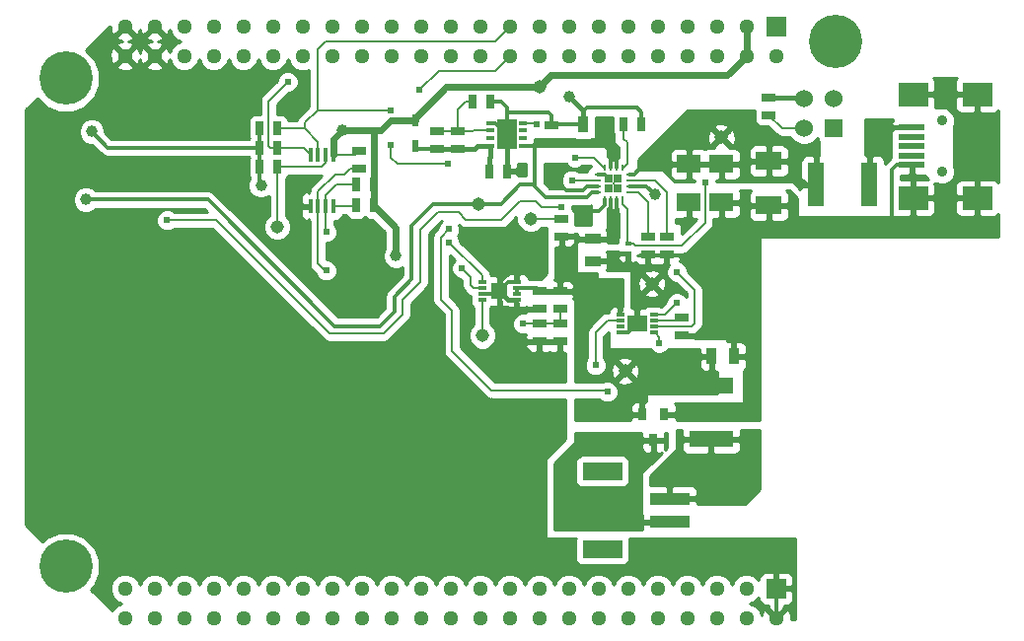
<source format=gbl>
G04 (created by PCBNEW (2013-05-31 BZR 4019)-stable) date 3/19/2014 12:22:35 PM*
%MOIN*%
G04 Gerber Fmt 3.4, Leading zero omitted, Abs format*
%FSLAX34Y34*%
G01*
G70*
G90*
G04 APERTURE LIST*
%ADD10C,0.00590551*%
%ADD11C,0.18*%
%ADD12R,0.065X0.065*%
%ADD13C,0.0512*%
%ADD14R,0.0295X0.0117*%
%ADD15R,0.0535X0.0574*%
%ADD16R,0.0315X0.0394*%
%ADD17R,0.025X0.045*%
%ADD18R,0.045X0.025*%
%ADD19R,0.1377X0.0392*%
%ADD20R,0.1377X0.0393*%
%ADD21R,0.1338X0.059*%
%ADD22R,0.1337X0.059*%
%ADD23C,0.045*%
%ADD24R,0.06X0.06*%
%ADD25C,0.06*%
%ADD26R,0.0906X0.0197*%
%ADD27R,0.0984X0.0787*%
%ADD28C,0.0354*%
%ADD29R,0.055X0.15*%
%ADD30R,0.15X0.055*%
%ADD31R,0.08X0.06*%
%ADD32R,0.055X0.035*%
%ADD33R,0.0688X0.057*%
%ADD34R,0.035X0.055*%
%ADD35R,0.016X0.05*%
%ADD36R,0.0866X0.063*%
%ADD37R,0.0236X0.0394*%
%ADD38R,0.0236X0.0157*%
%ADD39R,0.0188976X0.00944882*%
%ADD40R,0.00944882X0.0188976*%
%ADD41R,0.0314961X0.0314961*%
%ADD42C,0.011811*%
%ADD43R,0.0275591X0.0137795*%
%ADD44R,0.0669291X0.0984252*%
%ADD45C,0.039*%
%ADD46C,0.024*%
%ADD47C,0.05*%
%ADD48C,0.012*%
%ADD49C,0.024*%
%ADD50C,0.008*%
%ADD51C,0.016*%
%ADD52C,0.01*%
G04 APERTURE END LIST*
G54D10*
G54D11*
X74350Y-45650D03*
X100350Y-44400D03*
X74350Y-62150D03*
G54D12*
X98350Y-43900D03*
G54D13*
X98350Y-44900D03*
X97350Y-43900D03*
X97350Y-44900D03*
X96350Y-43900D03*
X96350Y-44900D03*
X95350Y-43900D03*
X95350Y-44900D03*
X94350Y-43900D03*
X94350Y-44900D03*
X93350Y-43900D03*
X93350Y-44900D03*
X92350Y-43900D03*
X92350Y-44900D03*
X91350Y-43900D03*
X91350Y-44900D03*
X90350Y-43900D03*
X90350Y-44900D03*
X89350Y-43900D03*
X89350Y-44900D03*
X88350Y-43900D03*
X88350Y-44900D03*
X87350Y-43900D03*
X87350Y-44900D03*
X86350Y-43900D03*
X86350Y-44900D03*
X85350Y-43900D03*
X85350Y-44900D03*
X84350Y-43900D03*
X84350Y-44900D03*
X83350Y-43900D03*
X83350Y-44900D03*
X82350Y-43900D03*
X82350Y-44900D03*
X81350Y-43900D03*
X81350Y-44900D03*
X80350Y-43900D03*
X80350Y-44900D03*
X79350Y-43900D03*
X79350Y-44900D03*
X78350Y-43900D03*
X78350Y-44900D03*
X77350Y-43900D03*
X77350Y-44900D03*
X76350Y-43900D03*
X76350Y-44900D03*
G54D12*
X98350Y-62900D03*
G54D13*
X98350Y-63900D03*
X97350Y-62900D03*
X97350Y-63900D03*
X96350Y-62900D03*
X96350Y-63900D03*
X95350Y-62900D03*
X95350Y-63900D03*
X94350Y-62900D03*
X94350Y-63900D03*
X93350Y-62900D03*
X93350Y-63900D03*
X92350Y-62900D03*
X92350Y-63900D03*
X91350Y-62900D03*
X91350Y-63900D03*
X90350Y-62900D03*
X90350Y-63900D03*
X89350Y-62900D03*
X89350Y-63900D03*
X88350Y-62900D03*
X88350Y-63900D03*
X87350Y-62900D03*
X87350Y-63900D03*
X86350Y-62900D03*
X86350Y-63900D03*
X85350Y-62900D03*
X85350Y-63900D03*
X84350Y-62900D03*
X84350Y-63900D03*
X83350Y-62900D03*
X83350Y-63900D03*
X82350Y-62900D03*
X82350Y-63900D03*
X81350Y-62900D03*
X81350Y-63900D03*
X80350Y-62900D03*
X80350Y-63900D03*
X79350Y-62900D03*
X79350Y-63900D03*
X78350Y-62900D03*
X78350Y-63900D03*
X77350Y-62900D03*
X77350Y-63900D03*
X76350Y-62900D03*
X76350Y-63900D03*
G54D14*
X89590Y-52555D03*
X89590Y-52753D03*
X89590Y-52947D03*
X89590Y-53145D03*
X88410Y-53145D03*
X88410Y-52947D03*
X88410Y-52753D03*
X88410Y-52555D03*
G54D15*
X89000Y-52850D03*
G54D16*
X94200Y-57883D03*
X94575Y-57017D03*
X93825Y-57017D03*
G54D17*
X80900Y-48650D03*
X81500Y-48650D03*
X80900Y-47350D03*
X81500Y-47350D03*
G54D18*
X91100Y-51000D03*
X91100Y-50400D03*
G54D17*
X80900Y-48000D03*
X81500Y-48000D03*
G54D18*
X91050Y-53950D03*
X91050Y-54550D03*
X91050Y-52850D03*
X91050Y-53450D03*
G54D17*
X84750Y-49950D03*
X84150Y-49950D03*
X84750Y-49250D03*
X84150Y-49250D03*
G54D18*
X98100Y-46900D03*
X98100Y-46300D03*
G54D17*
X88700Y-46450D03*
X88100Y-46450D03*
G54D18*
X87600Y-48050D03*
X87600Y-47450D03*
X84250Y-48100D03*
X84250Y-48700D03*
G54D19*
X94750Y-60644D03*
G54D20*
X94750Y-59856D03*
G54D21*
X92487Y-61567D03*
G54D22*
X92487Y-58932D03*
G54D23*
X81500Y-50675D03*
X96500Y-47650D03*
X90350Y-45950D03*
X90050Y-50400D03*
X88300Y-49900D03*
X88425Y-54350D03*
X94150Y-52600D03*
X93250Y-55550D03*
G54D24*
X100300Y-47350D03*
G54D25*
X99300Y-47350D03*
X100300Y-46350D03*
X99300Y-46350D03*
G54D18*
X95150Y-53750D03*
X95150Y-54350D03*
X90350Y-52850D03*
X90350Y-53450D03*
G54D26*
X102942Y-47320D03*
X102942Y-47635D03*
X102942Y-47950D03*
X102942Y-48265D03*
X102942Y-48580D03*
G54D27*
X102981Y-46198D03*
X105146Y-46198D03*
X102981Y-49702D03*
X105146Y-49702D03*
G54D28*
X103965Y-47084D03*
X103965Y-48816D03*
G54D18*
X86900Y-48050D03*
X86900Y-47450D03*
G54D29*
X99700Y-49250D03*
X101500Y-49250D03*
G54D30*
X96150Y-56050D03*
X96150Y-57850D03*
G54D31*
X96500Y-48550D03*
X96500Y-49850D03*
G54D32*
X92150Y-51075D03*
X92150Y-51825D03*
G54D14*
X93080Y-54245D03*
X93080Y-54047D03*
X93080Y-53853D03*
X93080Y-53655D03*
X94220Y-53655D03*
X94220Y-53853D03*
X94220Y-54047D03*
X94220Y-54245D03*
G54D33*
X93650Y-53950D03*
G54D18*
X94025Y-51000D03*
X94025Y-51600D03*
G54D17*
X93800Y-47200D03*
X93200Y-47200D03*
G54D31*
X95400Y-48550D03*
X95400Y-49850D03*
G54D34*
X96175Y-55050D03*
X96925Y-55050D03*
X92575Y-47200D03*
X91825Y-47200D03*
G54D35*
X83385Y-49975D03*
X83130Y-49975D03*
X82870Y-49975D03*
X82615Y-49975D03*
X82615Y-48225D03*
X82870Y-48225D03*
X83130Y-48225D03*
X83385Y-48225D03*
G54D36*
X98100Y-49948D03*
X98100Y-48452D03*
G54D37*
X86150Y-47067D03*
X86150Y-47933D03*
G54D18*
X90350Y-53950D03*
X90350Y-54550D03*
G54D17*
X88650Y-48800D03*
X89250Y-48800D03*
G54D38*
X93350Y-51223D03*
X93350Y-51577D03*
G54D18*
X94650Y-51000D03*
X94650Y-51600D03*
X90750Y-47850D03*
X90750Y-47250D03*
G54D39*
X92314Y-49101D03*
X92314Y-48904D03*
X92314Y-49298D03*
X92314Y-49495D03*
X93385Y-49495D03*
X93385Y-49298D03*
X93385Y-49101D03*
X93385Y-48904D03*
G54D40*
X93145Y-49735D03*
X92948Y-49735D03*
X92751Y-49735D03*
X92554Y-49735D03*
X92554Y-48664D03*
X92751Y-48664D03*
X92948Y-48664D03*
X93145Y-48664D03*
G54D41*
X93007Y-49357D03*
X93007Y-49042D03*
X92692Y-49042D03*
X92692Y-49357D03*
G54D42*
X92968Y-49081D03*
X92731Y-49081D03*
X92731Y-49318D03*
X92968Y-49318D03*
X92850Y-49200D03*
G54D43*
X88694Y-47933D03*
X88694Y-47677D03*
X88694Y-47422D03*
X88694Y-47166D03*
X89805Y-47166D03*
X89805Y-47422D03*
X89805Y-47677D03*
X89805Y-47933D03*
G54D44*
X89250Y-47550D03*
G54D42*
X89250Y-47786D03*
X89250Y-47313D03*
G54D45*
X75225Y-47450D03*
X85500Y-51650D03*
X80950Y-49275D03*
X83700Y-47400D03*
X95350Y-55200D03*
G54D46*
X83150Y-50850D03*
X83150Y-52150D03*
X95000Y-52200D03*
X90250Y-47200D03*
X89800Y-53950D03*
G54D45*
X75025Y-49750D03*
G54D46*
X87300Y-50750D03*
X92650Y-56250D03*
X85325Y-46725D03*
X87725Y-52075D03*
X87300Y-51200D03*
X86300Y-46050D03*
X81850Y-45775D03*
X95950Y-49175D03*
X91550Y-48325D03*
X87275Y-48550D03*
X85325Y-47900D03*
X95000Y-53250D03*
X94400Y-54600D03*
X92250Y-55350D03*
X91450Y-49100D03*
X91100Y-50000D03*
X77775Y-50450D03*
G54D45*
X94250Y-49575D03*
X91800Y-50125D03*
X90775Y-48925D03*
X91375Y-46275D03*
X95250Y-50550D03*
X84260Y-53320D03*
G54D47*
X89550Y-52000D03*
G54D48*
X75775Y-48000D02*
X80900Y-48000D01*
X75225Y-47450D02*
X75775Y-48000D01*
G54D49*
X84750Y-49250D02*
X84750Y-47400D01*
X84750Y-47400D02*
X84700Y-47400D01*
X85500Y-50700D02*
X85500Y-51650D01*
X85500Y-50700D02*
X84750Y-49950D01*
G54D48*
X80900Y-48650D02*
X80900Y-49225D01*
X80900Y-49225D02*
X80950Y-49275D01*
G54D50*
X83385Y-48225D02*
X84125Y-48225D01*
X84125Y-48225D02*
X84250Y-48100D01*
G54D49*
X83700Y-47400D02*
X84700Y-47400D01*
X84700Y-47400D02*
X85000Y-47400D01*
X85000Y-47400D02*
X85333Y-47067D01*
X85333Y-47067D02*
X86150Y-47067D01*
G54D48*
X80900Y-48000D02*
X80900Y-47350D01*
X80900Y-48650D02*
X80900Y-48000D01*
X90350Y-45950D02*
X90350Y-45925D01*
G54D49*
X96700Y-45550D02*
X97350Y-44900D01*
X90725Y-45550D02*
X96700Y-45550D01*
X90350Y-45925D02*
X90725Y-45550D01*
X83385Y-48225D02*
X83385Y-47715D01*
X83385Y-47715D02*
X83700Y-47400D01*
G54D48*
X86150Y-47067D02*
X86150Y-47000D01*
G54D49*
X87200Y-45950D02*
X90350Y-45950D01*
X86150Y-47000D02*
X87200Y-45950D01*
X97350Y-43900D02*
X97350Y-44900D01*
X84750Y-49950D02*
X84750Y-49250D01*
G54D48*
X92948Y-49735D02*
X92948Y-50026D01*
X92875Y-51075D02*
X93007Y-50942D01*
X93007Y-50942D02*
X93007Y-50085D01*
X92875Y-51075D02*
X92692Y-51075D01*
X92948Y-50026D02*
X93007Y-50085D01*
X92751Y-49735D02*
X92751Y-50026D01*
X92692Y-50085D02*
X92692Y-51075D01*
X92751Y-50026D02*
X92692Y-50085D01*
X93080Y-53655D02*
X93080Y-53160D01*
X92770Y-52850D02*
X91050Y-52850D01*
X93080Y-53160D02*
X92770Y-52850D01*
X95850Y-55050D02*
X96175Y-55050D01*
X95350Y-55200D02*
X95700Y-55200D01*
X95700Y-55200D02*
X95850Y-55050D01*
X92150Y-51075D02*
X92692Y-51075D01*
X89590Y-52947D02*
X89590Y-52753D01*
X89590Y-52753D02*
X89897Y-52753D01*
X89897Y-52753D02*
X90253Y-52753D01*
X90253Y-52753D02*
X90350Y-52850D01*
X90253Y-52753D02*
X90350Y-52850D01*
G54D51*
X96175Y-55050D02*
X96175Y-56025D01*
X96175Y-56025D02*
X96150Y-56050D01*
X93825Y-57017D02*
X93825Y-56375D01*
X93825Y-56375D02*
X94150Y-56050D01*
X94150Y-56050D02*
X96150Y-56050D01*
G54D50*
X83385Y-49975D02*
X84125Y-49975D01*
X84125Y-49975D02*
X84150Y-49950D01*
X83130Y-49975D02*
X83130Y-50830D01*
X83130Y-50830D02*
X83150Y-50850D01*
X83130Y-49975D02*
X83130Y-49620D01*
X83500Y-49250D02*
X84150Y-49250D01*
X83130Y-49620D02*
X83500Y-49250D01*
X82870Y-49975D02*
X82870Y-51920D01*
X83100Y-52150D02*
X83150Y-52150D01*
X82870Y-51920D02*
X83100Y-52150D01*
X82870Y-49975D02*
X82870Y-49480D01*
X83950Y-48700D02*
X84250Y-48700D01*
X83750Y-48900D02*
X83950Y-48700D01*
X83450Y-48900D02*
X83750Y-48900D01*
X82870Y-49480D02*
X83450Y-48900D01*
G54D51*
X94750Y-59856D02*
X95594Y-59856D01*
X96150Y-59300D02*
X96150Y-57850D01*
X95594Y-59856D02*
X96150Y-59300D01*
X94750Y-60644D02*
X93844Y-60644D01*
X93844Y-60644D02*
X93650Y-60450D01*
X93650Y-60450D02*
X93650Y-58950D01*
X93650Y-58950D02*
X94200Y-58400D01*
X94200Y-58400D02*
X94200Y-57883D01*
G54D50*
X99300Y-47350D02*
X98550Y-47350D01*
X98550Y-47350D02*
X98100Y-46900D01*
X95600Y-52800D02*
X95000Y-52200D01*
X95600Y-53950D02*
X95600Y-52800D01*
X95503Y-54047D02*
X95600Y-53950D01*
X94220Y-54047D02*
X95503Y-54047D01*
X90216Y-47166D02*
X89805Y-47166D01*
X90250Y-47200D02*
X90216Y-47166D01*
X91100Y-50400D02*
X90050Y-50400D01*
X87600Y-47450D02*
X87600Y-46700D01*
X87850Y-46450D02*
X88100Y-46450D01*
X87600Y-46700D02*
X87850Y-46450D01*
X87600Y-47450D02*
X86900Y-47450D01*
X88694Y-47422D02*
X88127Y-47422D01*
X88100Y-47450D02*
X87600Y-47450D01*
X88127Y-47422D02*
X88100Y-47450D01*
X93145Y-48664D02*
X93185Y-48664D01*
X93322Y-47822D02*
X93200Y-47700D01*
X93200Y-47700D02*
X93200Y-47200D01*
X93322Y-48527D02*
X93322Y-47822D01*
X93185Y-48664D02*
X93322Y-48527D01*
X93385Y-49495D02*
X93695Y-49495D01*
X94025Y-49825D02*
X94025Y-51000D01*
X93695Y-49495D02*
X94025Y-49825D01*
X89800Y-53950D02*
X90350Y-53950D01*
X91050Y-53950D02*
X90350Y-53950D01*
X91050Y-53450D02*
X91050Y-53950D01*
X94220Y-53853D02*
X95047Y-53853D01*
X95047Y-53853D02*
X95150Y-53750D01*
G54D48*
X92948Y-48664D02*
X92948Y-48098D01*
X92948Y-48098D02*
X92751Y-47901D01*
X92751Y-48664D02*
X92751Y-47901D01*
X92575Y-47725D02*
X92575Y-47200D01*
X92751Y-47901D02*
X92575Y-47725D01*
X92314Y-49495D02*
X92141Y-49495D01*
X90200Y-49300D02*
X90200Y-49250D01*
X90572Y-49672D02*
X90200Y-49300D01*
X91964Y-49672D02*
X90572Y-49672D01*
X92141Y-49495D02*
X91964Y-49672D01*
X86025Y-50850D02*
X86025Y-50650D01*
X86025Y-50850D02*
X86025Y-52450D01*
X86025Y-52450D02*
X85450Y-53025D01*
X85450Y-53025D02*
X85450Y-53550D01*
X85450Y-53550D02*
X84975Y-54025D01*
X84975Y-54025D02*
X83425Y-54025D01*
X83425Y-54025D02*
X79150Y-49750D01*
X79150Y-49750D02*
X75025Y-49750D01*
X86775Y-49900D02*
X88300Y-49900D01*
X86025Y-50650D02*
X86775Y-49900D01*
X88300Y-49900D02*
X89050Y-49900D01*
X89700Y-49250D02*
X90200Y-49250D01*
X89050Y-49900D02*
X89700Y-49250D01*
X90200Y-49250D02*
X90200Y-47933D01*
X89805Y-47933D02*
X90200Y-47933D01*
X90200Y-47933D02*
X90216Y-47933D01*
X90300Y-47850D02*
X90750Y-47850D01*
X90216Y-47933D02*
X90300Y-47850D01*
G54D50*
X87025Y-51025D02*
X87300Y-50750D01*
X87025Y-53125D02*
X87400Y-53500D01*
X92600Y-56200D02*
X88725Y-56200D01*
X87400Y-53500D02*
X87400Y-54875D01*
X87400Y-54875D02*
X88725Y-56200D01*
X87025Y-53125D02*
X87025Y-51025D01*
X92600Y-56200D02*
X92650Y-56250D01*
X92650Y-56250D02*
X92600Y-56200D01*
G54D48*
X86900Y-48050D02*
X86267Y-48050D01*
X86267Y-48050D02*
X86150Y-47933D01*
G54D51*
X87600Y-48050D02*
X86900Y-48050D01*
X88694Y-47933D02*
X88266Y-47933D01*
X88150Y-48050D02*
X87600Y-48050D01*
X88266Y-47933D02*
X88150Y-48050D01*
X88694Y-47933D02*
X88694Y-48305D01*
X88650Y-48350D02*
X88650Y-48800D01*
X88694Y-48305D02*
X88650Y-48350D01*
G54D50*
X88025Y-52375D02*
X87725Y-52075D01*
X88025Y-52375D02*
X88025Y-52650D01*
X88025Y-52650D02*
X88128Y-52753D01*
X88410Y-52753D02*
X88128Y-52753D01*
X85325Y-46725D02*
X82850Y-46725D01*
X89350Y-43900D02*
X88850Y-44400D01*
X82425Y-47150D02*
X82425Y-47350D01*
X82850Y-46725D02*
X82425Y-47150D01*
X82850Y-44675D02*
X82850Y-46725D01*
X83125Y-44400D02*
X82850Y-44675D01*
X88850Y-44400D02*
X83125Y-44400D01*
X81500Y-47350D02*
X82425Y-47350D01*
X82870Y-47795D02*
X82870Y-48225D01*
X82425Y-47350D02*
X82870Y-47795D01*
X89350Y-44900D02*
X88850Y-45400D01*
X88410Y-52310D02*
X88410Y-52555D01*
X88410Y-52310D02*
X87300Y-51200D01*
X86950Y-45400D02*
X86300Y-46050D01*
X88850Y-45400D02*
X86950Y-45400D01*
X81500Y-48000D02*
X81250Y-48000D01*
X81200Y-46425D02*
X81850Y-45775D01*
X81200Y-47950D02*
X81200Y-46425D01*
X81250Y-48000D02*
X81200Y-47950D01*
X81500Y-48000D02*
X82390Y-48000D01*
X82390Y-48000D02*
X82615Y-48225D01*
X94650Y-51000D02*
X94650Y-49500D01*
X94251Y-49101D02*
X93385Y-49101D01*
X94650Y-49500D02*
X94251Y-49101D01*
X93145Y-49735D02*
X93145Y-49908D01*
X93322Y-51195D02*
X93350Y-51223D01*
X93322Y-50085D02*
X93322Y-51195D01*
X93145Y-49908D02*
X93322Y-50085D01*
X93523Y-51223D02*
X93600Y-51300D01*
X93600Y-51300D02*
X95175Y-51300D01*
X95175Y-51300D02*
X95950Y-50525D01*
X93523Y-51223D02*
X93350Y-51223D01*
X95950Y-49175D02*
X95950Y-50525D01*
G54D48*
X93385Y-48904D02*
X93545Y-48904D01*
X93900Y-48550D02*
X95400Y-48550D01*
X93545Y-48904D02*
X93900Y-48550D01*
G54D51*
X99700Y-49250D02*
X99350Y-49250D01*
X99350Y-49250D02*
X99100Y-49000D01*
X99100Y-49000D02*
X99100Y-48700D01*
X99100Y-48700D02*
X98852Y-48452D01*
X98852Y-48452D02*
X98100Y-48452D01*
X95400Y-48550D02*
X96500Y-48550D01*
X98100Y-48452D02*
X97298Y-48452D01*
X97298Y-48452D02*
X97200Y-48550D01*
X97200Y-48550D02*
X96500Y-48550D01*
X102942Y-47320D02*
X102130Y-47320D01*
X102130Y-47320D02*
X101500Y-47950D01*
X101500Y-47950D02*
X101500Y-49250D01*
G54D50*
X81500Y-48650D02*
X81500Y-50675D01*
X81500Y-48650D02*
X83000Y-48650D01*
X83130Y-48520D02*
X83130Y-48225D01*
X83130Y-48520D02*
X83000Y-48650D01*
X88410Y-53145D02*
X88410Y-54335D01*
X88410Y-54335D02*
X88425Y-54350D01*
X92554Y-48664D02*
X92539Y-48664D01*
X92200Y-48325D02*
X91550Y-48325D01*
X92539Y-48664D02*
X92200Y-48325D01*
X91560Y-48314D02*
X91550Y-48325D01*
X87275Y-48550D02*
X85550Y-48550D01*
X85550Y-48550D02*
X85325Y-48325D01*
X85325Y-48325D02*
X85325Y-47900D01*
X94595Y-53655D02*
X95000Y-53250D01*
X94595Y-53655D02*
X94220Y-53655D01*
X94400Y-54600D02*
X94400Y-54450D01*
X94400Y-54450D02*
X94400Y-54500D01*
X94245Y-54245D02*
X94220Y-54245D01*
X94400Y-54400D02*
X94245Y-54245D01*
X94400Y-54450D02*
X94400Y-54400D01*
X93080Y-53853D02*
X92647Y-53853D01*
X92250Y-54250D02*
X92250Y-55350D01*
X92647Y-53853D02*
X92250Y-54250D01*
X92314Y-49101D02*
X91451Y-49101D01*
X87875Y-50425D02*
X87625Y-50175D01*
X91100Y-50000D02*
X90425Y-50000D01*
X90425Y-50000D02*
X90225Y-49800D01*
X90225Y-49800D02*
X89700Y-49800D01*
X89700Y-49800D02*
X89075Y-50425D01*
X89075Y-50425D02*
X87875Y-50425D01*
X79425Y-50450D02*
X77775Y-50450D01*
X83250Y-54275D02*
X79425Y-50450D01*
X85100Y-54275D02*
X83250Y-54275D01*
X85725Y-53650D02*
X85100Y-54275D01*
X85725Y-53150D02*
X85725Y-53650D01*
X86325Y-52550D02*
X85725Y-53150D01*
X86325Y-50775D02*
X86325Y-52550D01*
X86925Y-50175D02*
X86325Y-50775D01*
X87625Y-50175D02*
X86925Y-50175D01*
X91451Y-49101D02*
X91450Y-49100D01*
G54D48*
X88694Y-47166D02*
X88866Y-47166D01*
X88866Y-47166D02*
X89250Y-47550D01*
X93385Y-49298D02*
X93973Y-49298D01*
X93973Y-49298D02*
X94250Y-49575D01*
X92554Y-49735D02*
X92554Y-49945D01*
X92375Y-50125D02*
X91800Y-50125D01*
X92554Y-49945D02*
X92375Y-50125D01*
X92314Y-49298D02*
X91951Y-49298D01*
X91275Y-49425D02*
X90775Y-48925D01*
X91825Y-49425D02*
X91275Y-49425D01*
X91951Y-49298D02*
X91825Y-49425D01*
X92314Y-48904D02*
X92554Y-48904D01*
X92554Y-48904D02*
X92692Y-49042D01*
G54D51*
X98100Y-46300D02*
X99250Y-46300D01*
X99250Y-46300D02*
X99300Y-46350D01*
X91825Y-47200D02*
X91825Y-46725D01*
X91825Y-46725D02*
X91375Y-46275D01*
G54D48*
X95400Y-49850D02*
X95400Y-50400D01*
X95400Y-50400D02*
X95250Y-50550D01*
X90350Y-54550D02*
X89750Y-54550D01*
X89350Y-54150D02*
X89350Y-53450D01*
X89750Y-54550D02*
X89350Y-54150D01*
X91825Y-47200D02*
X91825Y-46775D01*
X93800Y-46800D02*
X93800Y-47200D01*
X93650Y-46650D02*
X93800Y-46800D01*
X91950Y-46650D02*
X93650Y-46650D01*
X91825Y-46775D02*
X91950Y-46650D01*
X98350Y-62900D02*
X98350Y-63900D01*
X82615Y-49975D02*
X82245Y-49975D01*
X82245Y-49975D02*
X82140Y-50080D01*
X82140Y-50080D02*
X82140Y-51940D01*
X82140Y-51940D02*
X83520Y-53320D01*
X83520Y-53320D02*
X84260Y-53320D01*
X89000Y-52850D02*
X89000Y-52550D01*
X89000Y-52550D02*
X89550Y-52000D01*
X89590Y-52555D02*
X89295Y-52555D01*
X89295Y-52555D02*
X89000Y-52850D01*
X88410Y-52947D02*
X88903Y-52947D01*
X88903Y-52947D02*
X89000Y-52850D01*
X102942Y-48580D02*
X102420Y-48580D01*
X98100Y-50500D02*
X98100Y-49948D01*
X98250Y-50650D02*
X98100Y-50500D01*
X102050Y-50650D02*
X98250Y-50650D01*
X102250Y-50450D02*
X102050Y-50650D01*
X102250Y-48750D02*
X102250Y-50450D01*
X102420Y-48580D02*
X102250Y-48750D01*
X91825Y-47200D02*
X90800Y-47200D01*
X90800Y-47200D02*
X90750Y-47250D01*
X90750Y-47250D02*
X90750Y-46900D01*
X90650Y-46800D02*
X89250Y-46800D01*
X90750Y-46900D02*
X90650Y-46800D01*
X88700Y-46450D02*
X89050Y-46450D01*
X89250Y-46650D02*
X89250Y-46800D01*
X89250Y-46800D02*
X89250Y-47550D01*
X89050Y-46450D02*
X89250Y-46650D01*
X91050Y-54550D02*
X90350Y-54550D01*
X93080Y-54245D02*
X93355Y-54245D01*
X93355Y-54245D02*
X93650Y-53950D01*
G54D51*
X89250Y-47550D02*
X89250Y-48800D01*
X89590Y-53145D02*
X89295Y-53145D01*
X89295Y-53145D02*
X89000Y-52850D01*
X90350Y-53450D02*
X89350Y-53450D01*
X89350Y-53450D02*
X89100Y-53450D01*
X89000Y-53350D02*
X89000Y-52850D01*
X89000Y-53350D02*
X89100Y-53450D01*
X95150Y-54350D02*
X96700Y-54350D01*
X96925Y-54575D02*
X96925Y-55050D01*
X96700Y-54350D02*
X96925Y-54575D01*
G54D10*
G36*
X99800Y-48262D02*
X99750Y-48312D01*
X99750Y-49200D01*
X99757Y-49200D01*
X99757Y-49300D01*
X99750Y-49300D01*
X99750Y-49307D01*
X99650Y-49307D01*
X99650Y-49300D01*
X99650Y-49200D01*
X99650Y-48312D01*
X99587Y-48250D01*
X99375Y-48249D01*
X99283Y-48287D01*
X99213Y-48358D01*
X99175Y-48450D01*
X99174Y-48549D01*
X99175Y-49137D01*
X99237Y-49200D01*
X99650Y-49200D01*
X99650Y-49300D01*
X99237Y-49300D01*
X99175Y-49362D01*
X99174Y-49404D01*
X98920Y-49150D01*
X98783Y-49150D01*
X98783Y-48816D01*
X98783Y-48087D01*
X98745Y-47995D01*
X98674Y-47925D01*
X98582Y-47887D01*
X98483Y-47886D01*
X98212Y-47887D01*
X98150Y-47949D01*
X98150Y-48402D01*
X98720Y-48402D01*
X98783Y-48339D01*
X98783Y-48087D01*
X98783Y-48816D01*
X98783Y-48564D01*
X98720Y-48502D01*
X98150Y-48502D01*
X98150Y-48954D01*
X98212Y-49017D01*
X98483Y-49017D01*
X98582Y-49016D01*
X98674Y-48978D01*
X98745Y-48908D01*
X98783Y-48816D01*
X98783Y-49150D01*
X98050Y-49150D01*
X98050Y-48954D01*
X98050Y-48502D01*
X98050Y-48402D01*
X98050Y-47949D01*
X97987Y-47887D01*
X97716Y-47886D01*
X97617Y-47887D01*
X97525Y-47925D01*
X97454Y-47995D01*
X97416Y-48087D01*
X97417Y-48339D01*
X97479Y-48402D01*
X98050Y-48402D01*
X98050Y-48502D01*
X97479Y-48502D01*
X97417Y-48564D01*
X97416Y-48816D01*
X97454Y-48908D01*
X97525Y-48978D01*
X97617Y-49016D01*
X97716Y-49017D01*
X97987Y-49017D01*
X98050Y-48954D01*
X98050Y-49150D01*
X97150Y-49150D01*
X97150Y-48899D01*
X97150Y-48200D01*
X97112Y-48108D01*
X97041Y-48038D01*
X96980Y-48012D01*
X96980Y-47713D01*
X96967Y-47525D01*
X96919Y-47407D01*
X96831Y-47389D01*
X96760Y-47459D01*
X96760Y-47318D01*
X96742Y-47230D01*
X96563Y-47169D01*
X96375Y-47182D01*
X96257Y-47230D01*
X96239Y-47318D01*
X96500Y-47579D01*
X96760Y-47318D01*
X96760Y-47459D01*
X96570Y-47650D01*
X96831Y-47910D01*
X96919Y-47892D01*
X96980Y-47713D01*
X96980Y-48012D01*
X96949Y-48000D01*
X96850Y-47999D01*
X96756Y-47999D01*
X96760Y-47981D01*
X96500Y-47720D01*
X96429Y-47791D01*
X96429Y-47650D01*
X96168Y-47389D01*
X96080Y-47407D01*
X96019Y-47586D01*
X96032Y-47774D01*
X96080Y-47892D01*
X96168Y-47910D01*
X96429Y-47650D01*
X96429Y-47791D01*
X96239Y-47981D01*
X96243Y-47999D01*
X96149Y-47999D01*
X96050Y-48000D01*
X95958Y-48038D01*
X95950Y-48046D01*
X95941Y-48038D01*
X95849Y-48000D01*
X95750Y-47999D01*
X95512Y-48000D01*
X95450Y-48062D01*
X95450Y-48500D01*
X95912Y-48500D01*
X95987Y-48500D01*
X96450Y-48500D01*
X96450Y-48492D01*
X96550Y-48492D01*
X96550Y-48500D01*
X97087Y-48500D01*
X97150Y-48437D01*
X97150Y-48200D01*
X97150Y-48899D01*
X97150Y-48662D01*
X97087Y-48600D01*
X96550Y-48600D01*
X96550Y-49037D01*
X96612Y-49100D01*
X96850Y-49100D01*
X96949Y-49099D01*
X97041Y-49061D01*
X97112Y-48991D01*
X97150Y-48899D01*
X97150Y-49150D01*
X96320Y-49150D01*
X96320Y-49101D01*
X96319Y-49100D01*
X96387Y-49100D01*
X96450Y-49037D01*
X96450Y-48600D01*
X95987Y-48600D01*
X95912Y-48600D01*
X95450Y-48600D01*
X95450Y-49037D01*
X95512Y-49100D01*
X95580Y-49100D01*
X95580Y-49101D01*
X95580Y-49150D01*
X95350Y-49150D01*
X95350Y-49037D01*
X95350Y-48600D01*
X95350Y-48500D01*
X95350Y-48062D01*
X95287Y-48000D01*
X95049Y-47999D01*
X94950Y-48000D01*
X94858Y-48038D01*
X94787Y-48108D01*
X94749Y-48200D01*
X94750Y-48437D01*
X94812Y-48500D01*
X95350Y-48500D01*
X95350Y-48600D01*
X94812Y-48600D01*
X94750Y-48662D01*
X94749Y-48899D01*
X94787Y-48991D01*
X94858Y-49061D01*
X94950Y-49099D01*
X95049Y-49100D01*
X95287Y-49100D01*
X95350Y-49037D01*
X95350Y-49150D01*
X94920Y-49150D01*
X94585Y-48814D01*
X94520Y-48750D01*
X93706Y-48750D01*
X93700Y-48735D01*
X93700Y-48700D01*
X93700Y-48420D01*
X94335Y-47785D01*
X95370Y-46750D01*
X97625Y-46750D01*
X97624Y-46824D01*
X97624Y-47074D01*
X97662Y-47166D01*
X97733Y-47236D01*
X97825Y-47274D01*
X97924Y-47275D01*
X98064Y-47275D01*
X98344Y-47555D01*
X98439Y-47617D01*
X98550Y-47640D01*
X98824Y-47640D01*
X98833Y-47661D01*
X98988Y-47815D01*
X99190Y-47899D01*
X99408Y-47900D01*
X99611Y-47816D01*
X99749Y-47677D01*
X99749Y-47699D01*
X99787Y-47791D01*
X99800Y-47803D01*
X99800Y-48262D01*
X99800Y-48262D01*
G37*
G54D52*
X99800Y-48262D02*
X99750Y-48312D01*
X99750Y-49200D01*
X99757Y-49200D01*
X99757Y-49300D01*
X99750Y-49300D01*
X99750Y-49307D01*
X99650Y-49307D01*
X99650Y-49300D01*
X99650Y-49200D01*
X99650Y-48312D01*
X99587Y-48250D01*
X99375Y-48249D01*
X99283Y-48287D01*
X99213Y-48358D01*
X99175Y-48450D01*
X99174Y-48549D01*
X99175Y-49137D01*
X99237Y-49200D01*
X99650Y-49200D01*
X99650Y-49300D01*
X99237Y-49300D01*
X99175Y-49362D01*
X99174Y-49404D01*
X98920Y-49150D01*
X98783Y-49150D01*
X98783Y-48816D01*
X98783Y-48087D01*
X98745Y-47995D01*
X98674Y-47925D01*
X98582Y-47887D01*
X98483Y-47886D01*
X98212Y-47887D01*
X98150Y-47949D01*
X98150Y-48402D01*
X98720Y-48402D01*
X98783Y-48339D01*
X98783Y-48087D01*
X98783Y-48816D01*
X98783Y-48564D01*
X98720Y-48502D01*
X98150Y-48502D01*
X98150Y-48954D01*
X98212Y-49017D01*
X98483Y-49017D01*
X98582Y-49016D01*
X98674Y-48978D01*
X98745Y-48908D01*
X98783Y-48816D01*
X98783Y-49150D01*
X98050Y-49150D01*
X98050Y-48954D01*
X98050Y-48502D01*
X98050Y-48402D01*
X98050Y-47949D01*
X97987Y-47887D01*
X97716Y-47886D01*
X97617Y-47887D01*
X97525Y-47925D01*
X97454Y-47995D01*
X97416Y-48087D01*
X97417Y-48339D01*
X97479Y-48402D01*
X98050Y-48402D01*
X98050Y-48502D01*
X97479Y-48502D01*
X97417Y-48564D01*
X97416Y-48816D01*
X97454Y-48908D01*
X97525Y-48978D01*
X97617Y-49016D01*
X97716Y-49017D01*
X97987Y-49017D01*
X98050Y-48954D01*
X98050Y-49150D01*
X97150Y-49150D01*
X97150Y-48899D01*
X97150Y-48200D01*
X97112Y-48108D01*
X97041Y-48038D01*
X96980Y-48012D01*
X96980Y-47713D01*
X96967Y-47525D01*
X96919Y-47407D01*
X96831Y-47389D01*
X96760Y-47459D01*
X96760Y-47318D01*
X96742Y-47230D01*
X96563Y-47169D01*
X96375Y-47182D01*
X96257Y-47230D01*
X96239Y-47318D01*
X96500Y-47579D01*
X96760Y-47318D01*
X96760Y-47459D01*
X96570Y-47650D01*
X96831Y-47910D01*
X96919Y-47892D01*
X96980Y-47713D01*
X96980Y-48012D01*
X96949Y-48000D01*
X96850Y-47999D01*
X96756Y-47999D01*
X96760Y-47981D01*
X96500Y-47720D01*
X96429Y-47791D01*
X96429Y-47650D01*
X96168Y-47389D01*
X96080Y-47407D01*
X96019Y-47586D01*
X96032Y-47774D01*
X96080Y-47892D01*
X96168Y-47910D01*
X96429Y-47650D01*
X96429Y-47791D01*
X96239Y-47981D01*
X96243Y-47999D01*
X96149Y-47999D01*
X96050Y-48000D01*
X95958Y-48038D01*
X95950Y-48046D01*
X95941Y-48038D01*
X95849Y-48000D01*
X95750Y-47999D01*
X95512Y-48000D01*
X95450Y-48062D01*
X95450Y-48500D01*
X95912Y-48500D01*
X95987Y-48500D01*
X96450Y-48500D01*
X96450Y-48492D01*
X96550Y-48492D01*
X96550Y-48500D01*
X97087Y-48500D01*
X97150Y-48437D01*
X97150Y-48200D01*
X97150Y-48899D01*
X97150Y-48662D01*
X97087Y-48600D01*
X96550Y-48600D01*
X96550Y-49037D01*
X96612Y-49100D01*
X96850Y-49100D01*
X96949Y-49099D01*
X97041Y-49061D01*
X97112Y-48991D01*
X97150Y-48899D01*
X97150Y-49150D01*
X96320Y-49150D01*
X96320Y-49101D01*
X96319Y-49100D01*
X96387Y-49100D01*
X96450Y-49037D01*
X96450Y-48600D01*
X95987Y-48600D01*
X95912Y-48600D01*
X95450Y-48600D01*
X95450Y-49037D01*
X95512Y-49100D01*
X95580Y-49100D01*
X95580Y-49101D01*
X95580Y-49150D01*
X95350Y-49150D01*
X95350Y-49037D01*
X95350Y-48600D01*
X95350Y-48500D01*
X95350Y-48062D01*
X95287Y-48000D01*
X95049Y-47999D01*
X94950Y-48000D01*
X94858Y-48038D01*
X94787Y-48108D01*
X94749Y-48200D01*
X94750Y-48437D01*
X94812Y-48500D01*
X95350Y-48500D01*
X95350Y-48600D01*
X94812Y-48600D01*
X94750Y-48662D01*
X94749Y-48899D01*
X94787Y-48991D01*
X94858Y-49061D01*
X94950Y-49099D01*
X95049Y-49100D01*
X95287Y-49100D01*
X95350Y-49037D01*
X95350Y-49150D01*
X94920Y-49150D01*
X94585Y-48814D01*
X94520Y-48750D01*
X93706Y-48750D01*
X93700Y-48735D01*
X93700Y-48700D01*
X93700Y-48420D01*
X94335Y-47785D01*
X95370Y-46750D01*
X97625Y-46750D01*
X97624Y-46824D01*
X97624Y-47074D01*
X97662Y-47166D01*
X97733Y-47236D01*
X97825Y-47274D01*
X97924Y-47275D01*
X98064Y-47275D01*
X98344Y-47555D01*
X98439Y-47617D01*
X98550Y-47640D01*
X98824Y-47640D01*
X98833Y-47661D01*
X98988Y-47815D01*
X99190Y-47899D01*
X99408Y-47900D01*
X99611Y-47816D01*
X99749Y-47677D01*
X99749Y-47699D01*
X99787Y-47791D01*
X99800Y-47803D01*
X99800Y-48262D01*
G54D10*
G36*
X102999Y-47286D02*
X102439Y-47286D01*
X102347Y-47324D01*
X102302Y-47369D01*
X102301Y-47369D01*
X102270Y-47400D01*
X102250Y-47400D01*
X102250Y-47420D01*
X102239Y-47431D01*
X102239Y-47468D01*
X102242Y-47477D01*
X102239Y-47486D01*
X102238Y-47586D01*
X102238Y-47783D01*
X102242Y-47792D01*
X102239Y-47801D01*
X102238Y-47901D01*
X102238Y-48098D01*
X102242Y-48107D01*
X102239Y-48116D01*
X102238Y-48216D01*
X102238Y-48335D01*
X102200Y-48360D01*
X102030Y-48530D01*
X102025Y-48539D01*
X102024Y-48450D01*
X101986Y-48358D01*
X101916Y-48287D01*
X101824Y-48249D01*
X101612Y-48250D01*
X101550Y-48312D01*
X101550Y-49200D01*
X101557Y-49200D01*
X101557Y-49300D01*
X101550Y-49300D01*
X101550Y-49307D01*
X101450Y-49307D01*
X101450Y-49300D01*
X101442Y-49300D01*
X101442Y-49200D01*
X101450Y-49200D01*
X101450Y-48312D01*
X101387Y-48250D01*
X101350Y-48249D01*
X101350Y-47050D01*
X102306Y-47050D01*
X102277Y-47079D01*
X102239Y-47171D01*
X102239Y-47208D01*
X102301Y-47270D01*
X102892Y-47270D01*
X102892Y-47262D01*
X102992Y-47262D01*
X102992Y-47270D01*
X102999Y-47270D01*
X102999Y-47286D01*
X102999Y-47286D01*
G37*
G54D52*
X102999Y-47286D02*
X102439Y-47286D01*
X102347Y-47324D01*
X102302Y-47369D01*
X102301Y-47369D01*
X102270Y-47400D01*
X102250Y-47400D01*
X102250Y-47420D01*
X102239Y-47431D01*
X102239Y-47468D01*
X102242Y-47477D01*
X102239Y-47486D01*
X102238Y-47586D01*
X102238Y-47783D01*
X102242Y-47792D01*
X102239Y-47801D01*
X102238Y-47901D01*
X102238Y-48098D01*
X102242Y-48107D01*
X102239Y-48116D01*
X102238Y-48216D01*
X102238Y-48335D01*
X102200Y-48360D01*
X102030Y-48530D01*
X102025Y-48539D01*
X102024Y-48450D01*
X101986Y-48358D01*
X101916Y-48287D01*
X101824Y-48249D01*
X101612Y-48250D01*
X101550Y-48312D01*
X101550Y-49200D01*
X101557Y-49200D01*
X101557Y-49300D01*
X101550Y-49300D01*
X101550Y-49307D01*
X101450Y-49307D01*
X101450Y-49300D01*
X101442Y-49300D01*
X101442Y-49200D01*
X101450Y-49200D01*
X101450Y-48312D01*
X101387Y-48250D01*
X101350Y-48249D01*
X101350Y-47050D01*
X102306Y-47050D01*
X102277Y-47079D01*
X102239Y-47171D01*
X102239Y-47208D01*
X102301Y-47270D01*
X102892Y-47270D01*
X102892Y-47262D01*
X102992Y-47262D01*
X102992Y-47270D01*
X102999Y-47270D01*
X102999Y-47286D01*
G54D10*
G36*
X95660Y-50404D02*
X95150Y-50914D01*
X95150Y-50550D01*
X94950Y-50550D01*
X94950Y-50399D01*
X94950Y-50399D01*
X95049Y-50400D01*
X95287Y-50400D01*
X95350Y-50337D01*
X95350Y-49900D01*
X95342Y-49900D01*
X95342Y-49800D01*
X95350Y-49800D01*
X95350Y-49792D01*
X95450Y-49792D01*
X95450Y-49800D01*
X95457Y-49800D01*
X95457Y-49900D01*
X95450Y-49900D01*
X95450Y-50337D01*
X95512Y-50400D01*
X95660Y-50400D01*
X95660Y-50404D01*
X95660Y-50404D01*
G37*
G54D52*
X95660Y-50404D02*
X95150Y-50914D01*
X95150Y-50550D01*
X94950Y-50550D01*
X94950Y-50399D01*
X94950Y-50399D01*
X95049Y-50400D01*
X95287Y-50400D01*
X95350Y-50337D01*
X95350Y-49900D01*
X95342Y-49900D01*
X95342Y-49800D01*
X95350Y-49800D01*
X95350Y-49792D01*
X95450Y-49792D01*
X95450Y-49800D01*
X95457Y-49800D01*
X95457Y-49900D01*
X95450Y-49900D01*
X95450Y-50337D01*
X95512Y-50400D01*
X95660Y-50400D01*
X95660Y-50404D01*
G54D10*
G36*
X105850Y-51000D02*
X105096Y-51000D01*
X105096Y-50283D01*
X105096Y-49752D01*
X105096Y-49652D01*
X105096Y-49121D01*
X105096Y-46779D01*
X105096Y-46248D01*
X104466Y-46248D01*
X104404Y-46310D01*
X104403Y-46541D01*
X104404Y-46641D01*
X104442Y-46733D01*
X104512Y-46803D01*
X104604Y-46841D01*
X105033Y-46841D01*
X105096Y-46779D01*
X105096Y-49121D01*
X105033Y-49058D01*
X104604Y-49058D01*
X104512Y-49096D01*
X104442Y-49166D01*
X104404Y-49258D01*
X104403Y-49358D01*
X104404Y-49589D01*
X104466Y-49652D01*
X105096Y-49652D01*
X105096Y-49752D01*
X104466Y-49752D01*
X104404Y-49814D01*
X104403Y-50045D01*
X104404Y-50145D01*
X104442Y-50237D01*
X104512Y-50307D01*
X104604Y-50345D01*
X105033Y-50345D01*
X105096Y-50283D01*
X105096Y-51000D01*
X103723Y-51000D01*
X103723Y-50045D01*
X103723Y-49814D01*
X103660Y-49752D01*
X103031Y-49752D01*
X103031Y-50283D01*
X103093Y-50345D01*
X103522Y-50345D01*
X103614Y-50307D01*
X103684Y-50237D01*
X103722Y-50145D01*
X103723Y-50045D01*
X103723Y-51000D01*
X98783Y-51000D01*
X98783Y-50312D01*
X98783Y-50060D01*
X98720Y-49998D01*
X98150Y-49998D01*
X98150Y-50450D01*
X98212Y-50513D01*
X98483Y-50513D01*
X98582Y-50512D01*
X98674Y-50474D01*
X98745Y-50404D01*
X98783Y-50312D01*
X98783Y-51000D01*
X98050Y-51000D01*
X98050Y-50450D01*
X98050Y-49998D01*
X97479Y-49998D01*
X97417Y-50060D01*
X97416Y-50312D01*
X97454Y-50404D01*
X97525Y-50474D01*
X97617Y-50512D01*
X97716Y-50513D01*
X97987Y-50513D01*
X98050Y-50450D01*
X98050Y-51000D01*
X97800Y-51000D01*
X97800Y-57200D01*
X94982Y-57200D01*
X94982Y-57164D01*
X94982Y-57129D01*
X94920Y-57067D01*
X94625Y-57067D01*
X94625Y-57074D01*
X94525Y-57074D01*
X94525Y-57067D01*
X94517Y-57067D01*
X94517Y-56967D01*
X94525Y-56967D01*
X94525Y-56959D01*
X94625Y-56959D01*
X94625Y-56967D01*
X94920Y-56967D01*
X94982Y-56904D01*
X94982Y-56869D01*
X94982Y-56770D01*
X94944Y-56678D01*
X94916Y-56650D01*
X97250Y-56650D01*
X97250Y-55528D01*
X97311Y-55466D01*
X97349Y-55374D01*
X97350Y-55275D01*
X97350Y-54824D01*
X97349Y-54725D01*
X97311Y-54633D01*
X97241Y-54562D01*
X97150Y-54525D01*
X97150Y-50199D01*
X97150Y-49962D01*
X97087Y-49900D01*
X96550Y-49900D01*
X96550Y-50337D01*
X96612Y-50400D01*
X96850Y-50400D01*
X96949Y-50399D01*
X97041Y-50361D01*
X97112Y-50291D01*
X97150Y-50199D01*
X97150Y-54525D01*
X97149Y-54524D01*
X97037Y-54525D01*
X96975Y-54587D01*
X96975Y-55000D01*
X97287Y-55000D01*
X97350Y-54937D01*
X97350Y-54824D01*
X97350Y-55275D01*
X97350Y-55162D01*
X97287Y-55100D01*
X96975Y-55100D01*
X96975Y-55107D01*
X96875Y-55107D01*
X96875Y-55100D01*
X96867Y-55100D01*
X96867Y-55000D01*
X96875Y-55000D01*
X96875Y-54587D01*
X96812Y-54525D01*
X96700Y-54524D01*
X96700Y-54525D01*
X96700Y-54450D01*
X95612Y-54450D01*
X95562Y-54400D01*
X95200Y-54400D01*
X95200Y-54407D01*
X95100Y-54407D01*
X95100Y-54400D01*
X95092Y-54400D01*
X95092Y-54337D01*
X95503Y-54337D01*
X95613Y-54314D01*
X95708Y-54252D01*
X95805Y-54155D01*
X95805Y-54155D01*
X95805Y-54155D01*
X95867Y-54060D01*
X95890Y-53950D01*
X95889Y-53950D01*
X95890Y-53950D01*
X95890Y-52800D01*
X95867Y-52689D01*
X95805Y-52594D01*
X95370Y-52159D01*
X95370Y-52126D01*
X95313Y-51990D01*
X95209Y-51886D01*
X95097Y-51840D01*
X95125Y-51774D01*
X95125Y-51712D01*
X95062Y-51650D01*
X94700Y-51650D01*
X94700Y-51912D01*
X94732Y-51944D01*
X94686Y-51990D01*
X94630Y-52126D01*
X94629Y-52273D01*
X94686Y-52409D01*
X94790Y-52513D01*
X94926Y-52569D01*
X94959Y-52569D01*
X95310Y-52920D01*
X95310Y-53036D01*
X95209Y-52936D01*
X95073Y-52880D01*
X94926Y-52879D01*
X94790Y-52936D01*
X94686Y-53040D01*
X94630Y-53176D01*
X94630Y-52663D01*
X94617Y-52475D01*
X94600Y-52431D01*
X94600Y-51912D01*
X94600Y-51650D01*
X94437Y-51650D01*
X94237Y-51650D01*
X94075Y-51650D01*
X94075Y-51912D01*
X94137Y-51975D01*
X94200Y-51975D01*
X94299Y-51974D01*
X94337Y-51959D01*
X94375Y-51974D01*
X94474Y-51975D01*
X94537Y-51975D01*
X94600Y-51912D01*
X94600Y-52431D01*
X94569Y-52357D01*
X94481Y-52339D01*
X94410Y-52409D01*
X94410Y-52268D01*
X94392Y-52180D01*
X94213Y-52119D01*
X94025Y-52132D01*
X93975Y-52152D01*
X93907Y-52180D01*
X93889Y-52268D01*
X94150Y-52529D01*
X94410Y-52268D01*
X94410Y-52409D01*
X94220Y-52600D01*
X94481Y-52860D01*
X94569Y-52842D01*
X94630Y-52663D01*
X94630Y-53176D01*
X94630Y-53176D01*
X94630Y-53209D01*
X94474Y-53365D01*
X94461Y-53365D01*
X94417Y-53346D01*
X94410Y-53346D01*
X94410Y-52931D01*
X94150Y-52670D01*
X94079Y-52741D01*
X94079Y-52600D01*
X93818Y-52339D01*
X93730Y-52357D01*
X93669Y-52536D01*
X93682Y-52724D01*
X93730Y-52842D01*
X93818Y-52860D01*
X94079Y-52600D01*
X94079Y-52741D01*
X93889Y-52931D01*
X93907Y-53019D01*
X94086Y-53080D01*
X94274Y-53067D01*
X94392Y-53019D01*
X94410Y-52931D01*
X94410Y-53346D01*
X94317Y-53346D01*
X94022Y-53346D01*
X93931Y-53384D01*
X93915Y-53400D01*
X93900Y-53400D01*
X93900Y-53414D01*
X93762Y-53415D01*
X93700Y-53477D01*
X93700Y-53900D01*
X93707Y-53900D01*
X93707Y-54000D01*
X93700Y-54000D01*
X93700Y-54007D01*
X93600Y-54007D01*
X93600Y-54000D01*
X93592Y-54000D01*
X93592Y-53900D01*
X93600Y-53900D01*
X93600Y-53477D01*
X93537Y-53415D01*
X93450Y-53414D01*
X93450Y-52150D01*
X93300Y-52150D01*
X93300Y-51843D01*
X93300Y-51616D01*
X93044Y-51616D01*
X92982Y-51678D01*
X92981Y-51705D01*
X93019Y-51796D01*
X93090Y-51867D01*
X93182Y-51905D01*
X93281Y-51905D01*
X93237Y-51905D01*
X93300Y-51843D01*
X93300Y-52150D01*
X92628Y-52150D01*
X92637Y-52141D01*
X92675Y-52049D01*
X92675Y-51937D01*
X92612Y-51875D01*
X92200Y-51875D01*
X92200Y-51882D01*
X92100Y-51882D01*
X92100Y-51875D01*
X92092Y-51875D01*
X92092Y-51775D01*
X92100Y-51775D01*
X92100Y-51767D01*
X92200Y-51767D01*
X92200Y-51775D01*
X92612Y-51775D01*
X92675Y-51712D01*
X92675Y-51600D01*
X92637Y-51508D01*
X92628Y-51500D01*
X93006Y-51500D01*
X93044Y-51537D01*
X93149Y-51537D01*
X93182Y-51551D01*
X93281Y-51551D01*
X93407Y-51551D01*
X93407Y-51616D01*
X93400Y-51616D01*
X93400Y-51843D01*
X93462Y-51905D01*
X93418Y-51905D01*
X93517Y-51905D01*
X93594Y-51873D01*
X93658Y-51936D01*
X93750Y-51974D01*
X93849Y-51975D01*
X93912Y-51975D01*
X93975Y-51912D01*
X93975Y-51650D01*
X93689Y-51650D01*
X93666Y-51627D01*
X93718Y-51627D01*
X93718Y-51590D01*
X95175Y-51590D01*
X95285Y-51567D01*
X95380Y-51505D01*
X96155Y-50730D01*
X96217Y-50635D01*
X96240Y-50525D01*
X96240Y-50400D01*
X96387Y-50400D01*
X96450Y-50337D01*
X96450Y-49900D01*
X96442Y-49900D01*
X96442Y-49800D01*
X96450Y-49800D01*
X96450Y-49792D01*
X96550Y-49792D01*
X96550Y-49800D01*
X97087Y-49800D01*
X97150Y-49737D01*
X97150Y-49500D01*
X97129Y-49450D01*
X97496Y-49450D01*
X97454Y-49491D01*
X97416Y-49583D01*
X97417Y-49835D01*
X97479Y-49898D01*
X98050Y-49898D01*
X98050Y-49890D01*
X98150Y-49890D01*
X98150Y-49898D01*
X98720Y-49898D01*
X98783Y-49835D01*
X98783Y-49583D01*
X98745Y-49491D01*
X98703Y-49450D01*
X98779Y-49450D01*
X99050Y-49720D01*
X99050Y-50350D01*
X102470Y-50350D01*
X102475Y-50345D01*
X102868Y-50345D01*
X102931Y-50283D01*
X102931Y-49752D01*
X102923Y-49752D01*
X102923Y-49652D01*
X102931Y-49652D01*
X102931Y-49121D01*
X102868Y-49058D01*
X102550Y-49058D01*
X102550Y-48928D01*
X102829Y-48928D01*
X102892Y-48866D01*
X102892Y-48629D01*
X102884Y-48629D01*
X102884Y-48613D01*
X102999Y-48613D01*
X102999Y-48629D01*
X102992Y-48629D01*
X102992Y-48866D01*
X103054Y-48928D01*
X103400Y-48928D01*
X103400Y-48970D01*
X103487Y-49058D01*
X103093Y-49058D01*
X103031Y-49121D01*
X103031Y-49652D01*
X103660Y-49652D01*
X103723Y-49589D01*
X103723Y-49358D01*
X103722Y-49258D01*
X103698Y-49200D01*
X103776Y-49200D01*
X103879Y-49242D01*
X104049Y-49243D01*
X104206Y-49178D01*
X104326Y-49058D01*
X104391Y-48901D01*
X104392Y-48731D01*
X104350Y-48629D01*
X104350Y-47270D01*
X104391Y-47169D01*
X104392Y-46999D01*
X104350Y-46897D01*
X104350Y-46879D01*
X104337Y-46866D01*
X104327Y-46842D01*
X104207Y-46722D01*
X104182Y-46712D01*
X104120Y-46650D01*
X103719Y-46650D01*
X103722Y-46641D01*
X103723Y-46541D01*
X103723Y-46310D01*
X103660Y-46248D01*
X103031Y-46248D01*
X103031Y-46255D01*
X102931Y-46255D01*
X102931Y-46248D01*
X102923Y-46248D01*
X102923Y-46148D01*
X102931Y-46148D01*
X102931Y-46140D01*
X103031Y-46140D01*
X103031Y-46148D01*
X103660Y-46148D01*
X103723Y-46085D01*
X103723Y-45854D01*
X103722Y-45754D01*
X103684Y-45662D01*
X103672Y-45650D01*
X104454Y-45650D01*
X104442Y-45662D01*
X104404Y-45754D01*
X104403Y-45854D01*
X104404Y-46085D01*
X104466Y-46148D01*
X105096Y-46148D01*
X105096Y-46140D01*
X105196Y-46140D01*
X105196Y-46148D01*
X105203Y-46148D01*
X105203Y-46248D01*
X105196Y-46248D01*
X105196Y-46779D01*
X105258Y-46841D01*
X105687Y-46841D01*
X105779Y-46803D01*
X105849Y-46733D01*
X105850Y-46732D01*
X105850Y-49167D01*
X105849Y-49166D01*
X105779Y-49096D01*
X105687Y-49058D01*
X105258Y-49058D01*
X105196Y-49121D01*
X105196Y-49652D01*
X105203Y-49652D01*
X105203Y-49752D01*
X105196Y-49752D01*
X105196Y-50283D01*
X105258Y-50345D01*
X105687Y-50345D01*
X105779Y-50307D01*
X105849Y-50237D01*
X105850Y-50236D01*
X105850Y-51000D01*
X105850Y-51000D01*
G37*
G54D52*
X105850Y-51000D02*
X105096Y-51000D01*
X105096Y-50283D01*
X105096Y-49752D01*
X105096Y-49652D01*
X105096Y-49121D01*
X105096Y-46779D01*
X105096Y-46248D01*
X104466Y-46248D01*
X104404Y-46310D01*
X104403Y-46541D01*
X104404Y-46641D01*
X104442Y-46733D01*
X104512Y-46803D01*
X104604Y-46841D01*
X105033Y-46841D01*
X105096Y-46779D01*
X105096Y-49121D01*
X105033Y-49058D01*
X104604Y-49058D01*
X104512Y-49096D01*
X104442Y-49166D01*
X104404Y-49258D01*
X104403Y-49358D01*
X104404Y-49589D01*
X104466Y-49652D01*
X105096Y-49652D01*
X105096Y-49752D01*
X104466Y-49752D01*
X104404Y-49814D01*
X104403Y-50045D01*
X104404Y-50145D01*
X104442Y-50237D01*
X104512Y-50307D01*
X104604Y-50345D01*
X105033Y-50345D01*
X105096Y-50283D01*
X105096Y-51000D01*
X103723Y-51000D01*
X103723Y-50045D01*
X103723Y-49814D01*
X103660Y-49752D01*
X103031Y-49752D01*
X103031Y-50283D01*
X103093Y-50345D01*
X103522Y-50345D01*
X103614Y-50307D01*
X103684Y-50237D01*
X103722Y-50145D01*
X103723Y-50045D01*
X103723Y-51000D01*
X98783Y-51000D01*
X98783Y-50312D01*
X98783Y-50060D01*
X98720Y-49998D01*
X98150Y-49998D01*
X98150Y-50450D01*
X98212Y-50513D01*
X98483Y-50513D01*
X98582Y-50512D01*
X98674Y-50474D01*
X98745Y-50404D01*
X98783Y-50312D01*
X98783Y-51000D01*
X98050Y-51000D01*
X98050Y-50450D01*
X98050Y-49998D01*
X97479Y-49998D01*
X97417Y-50060D01*
X97416Y-50312D01*
X97454Y-50404D01*
X97525Y-50474D01*
X97617Y-50512D01*
X97716Y-50513D01*
X97987Y-50513D01*
X98050Y-50450D01*
X98050Y-51000D01*
X97800Y-51000D01*
X97800Y-57200D01*
X94982Y-57200D01*
X94982Y-57164D01*
X94982Y-57129D01*
X94920Y-57067D01*
X94625Y-57067D01*
X94625Y-57074D01*
X94525Y-57074D01*
X94525Y-57067D01*
X94517Y-57067D01*
X94517Y-56967D01*
X94525Y-56967D01*
X94525Y-56959D01*
X94625Y-56959D01*
X94625Y-56967D01*
X94920Y-56967D01*
X94982Y-56904D01*
X94982Y-56869D01*
X94982Y-56770D01*
X94944Y-56678D01*
X94916Y-56650D01*
X97250Y-56650D01*
X97250Y-55528D01*
X97311Y-55466D01*
X97349Y-55374D01*
X97350Y-55275D01*
X97350Y-54824D01*
X97349Y-54725D01*
X97311Y-54633D01*
X97241Y-54562D01*
X97150Y-54525D01*
X97150Y-50199D01*
X97150Y-49962D01*
X97087Y-49900D01*
X96550Y-49900D01*
X96550Y-50337D01*
X96612Y-50400D01*
X96850Y-50400D01*
X96949Y-50399D01*
X97041Y-50361D01*
X97112Y-50291D01*
X97150Y-50199D01*
X97150Y-54525D01*
X97149Y-54524D01*
X97037Y-54525D01*
X96975Y-54587D01*
X96975Y-55000D01*
X97287Y-55000D01*
X97350Y-54937D01*
X97350Y-54824D01*
X97350Y-55275D01*
X97350Y-55162D01*
X97287Y-55100D01*
X96975Y-55100D01*
X96975Y-55107D01*
X96875Y-55107D01*
X96875Y-55100D01*
X96867Y-55100D01*
X96867Y-55000D01*
X96875Y-55000D01*
X96875Y-54587D01*
X96812Y-54525D01*
X96700Y-54524D01*
X96700Y-54525D01*
X96700Y-54450D01*
X95612Y-54450D01*
X95562Y-54400D01*
X95200Y-54400D01*
X95200Y-54407D01*
X95100Y-54407D01*
X95100Y-54400D01*
X95092Y-54400D01*
X95092Y-54337D01*
X95503Y-54337D01*
X95613Y-54314D01*
X95708Y-54252D01*
X95805Y-54155D01*
X95805Y-54155D01*
X95805Y-54155D01*
X95867Y-54060D01*
X95890Y-53950D01*
X95889Y-53950D01*
X95890Y-53950D01*
X95890Y-52800D01*
X95867Y-52689D01*
X95805Y-52594D01*
X95370Y-52159D01*
X95370Y-52126D01*
X95313Y-51990D01*
X95209Y-51886D01*
X95097Y-51840D01*
X95125Y-51774D01*
X95125Y-51712D01*
X95062Y-51650D01*
X94700Y-51650D01*
X94700Y-51912D01*
X94732Y-51944D01*
X94686Y-51990D01*
X94630Y-52126D01*
X94629Y-52273D01*
X94686Y-52409D01*
X94790Y-52513D01*
X94926Y-52569D01*
X94959Y-52569D01*
X95310Y-52920D01*
X95310Y-53036D01*
X95209Y-52936D01*
X95073Y-52880D01*
X94926Y-52879D01*
X94790Y-52936D01*
X94686Y-53040D01*
X94630Y-53176D01*
X94630Y-52663D01*
X94617Y-52475D01*
X94600Y-52431D01*
X94600Y-51912D01*
X94600Y-51650D01*
X94437Y-51650D01*
X94237Y-51650D01*
X94075Y-51650D01*
X94075Y-51912D01*
X94137Y-51975D01*
X94200Y-51975D01*
X94299Y-51974D01*
X94337Y-51959D01*
X94375Y-51974D01*
X94474Y-51975D01*
X94537Y-51975D01*
X94600Y-51912D01*
X94600Y-52431D01*
X94569Y-52357D01*
X94481Y-52339D01*
X94410Y-52409D01*
X94410Y-52268D01*
X94392Y-52180D01*
X94213Y-52119D01*
X94025Y-52132D01*
X93975Y-52152D01*
X93907Y-52180D01*
X93889Y-52268D01*
X94150Y-52529D01*
X94410Y-52268D01*
X94410Y-52409D01*
X94220Y-52600D01*
X94481Y-52860D01*
X94569Y-52842D01*
X94630Y-52663D01*
X94630Y-53176D01*
X94630Y-53176D01*
X94630Y-53209D01*
X94474Y-53365D01*
X94461Y-53365D01*
X94417Y-53346D01*
X94410Y-53346D01*
X94410Y-52931D01*
X94150Y-52670D01*
X94079Y-52741D01*
X94079Y-52600D01*
X93818Y-52339D01*
X93730Y-52357D01*
X93669Y-52536D01*
X93682Y-52724D01*
X93730Y-52842D01*
X93818Y-52860D01*
X94079Y-52600D01*
X94079Y-52741D01*
X93889Y-52931D01*
X93907Y-53019D01*
X94086Y-53080D01*
X94274Y-53067D01*
X94392Y-53019D01*
X94410Y-52931D01*
X94410Y-53346D01*
X94317Y-53346D01*
X94022Y-53346D01*
X93931Y-53384D01*
X93915Y-53400D01*
X93900Y-53400D01*
X93900Y-53414D01*
X93762Y-53415D01*
X93700Y-53477D01*
X93700Y-53900D01*
X93707Y-53900D01*
X93707Y-54000D01*
X93700Y-54000D01*
X93700Y-54007D01*
X93600Y-54007D01*
X93600Y-54000D01*
X93592Y-54000D01*
X93592Y-53900D01*
X93600Y-53900D01*
X93600Y-53477D01*
X93537Y-53415D01*
X93450Y-53414D01*
X93450Y-52150D01*
X93300Y-52150D01*
X93300Y-51843D01*
X93300Y-51616D01*
X93044Y-51616D01*
X92982Y-51678D01*
X92981Y-51705D01*
X93019Y-51796D01*
X93090Y-51867D01*
X93182Y-51905D01*
X93281Y-51905D01*
X93237Y-51905D01*
X93300Y-51843D01*
X93300Y-52150D01*
X92628Y-52150D01*
X92637Y-52141D01*
X92675Y-52049D01*
X92675Y-51937D01*
X92612Y-51875D01*
X92200Y-51875D01*
X92200Y-51882D01*
X92100Y-51882D01*
X92100Y-51875D01*
X92092Y-51875D01*
X92092Y-51775D01*
X92100Y-51775D01*
X92100Y-51767D01*
X92200Y-51767D01*
X92200Y-51775D01*
X92612Y-51775D01*
X92675Y-51712D01*
X92675Y-51600D01*
X92637Y-51508D01*
X92628Y-51500D01*
X93006Y-51500D01*
X93044Y-51537D01*
X93149Y-51537D01*
X93182Y-51551D01*
X93281Y-51551D01*
X93407Y-51551D01*
X93407Y-51616D01*
X93400Y-51616D01*
X93400Y-51843D01*
X93462Y-51905D01*
X93418Y-51905D01*
X93517Y-51905D01*
X93594Y-51873D01*
X93658Y-51936D01*
X93750Y-51974D01*
X93849Y-51975D01*
X93912Y-51975D01*
X93975Y-51912D01*
X93975Y-51650D01*
X93689Y-51650D01*
X93666Y-51627D01*
X93718Y-51627D01*
X93718Y-51590D01*
X95175Y-51590D01*
X95285Y-51567D01*
X95380Y-51505D01*
X96155Y-50730D01*
X96217Y-50635D01*
X96240Y-50525D01*
X96240Y-50400D01*
X96387Y-50400D01*
X96450Y-50337D01*
X96450Y-49900D01*
X96442Y-49900D01*
X96442Y-49800D01*
X96450Y-49800D01*
X96450Y-49792D01*
X96550Y-49792D01*
X96550Y-49800D01*
X97087Y-49800D01*
X97150Y-49737D01*
X97150Y-49500D01*
X97129Y-49450D01*
X97496Y-49450D01*
X97454Y-49491D01*
X97416Y-49583D01*
X97417Y-49835D01*
X97479Y-49898D01*
X98050Y-49898D01*
X98050Y-49890D01*
X98150Y-49890D01*
X98150Y-49898D01*
X98720Y-49898D01*
X98783Y-49835D01*
X98783Y-49583D01*
X98745Y-49491D01*
X98703Y-49450D01*
X98779Y-49450D01*
X99050Y-49720D01*
X99050Y-50350D01*
X102470Y-50350D01*
X102475Y-50345D01*
X102868Y-50345D01*
X102931Y-50283D01*
X102931Y-49752D01*
X102923Y-49752D01*
X102923Y-49652D01*
X102931Y-49652D01*
X102931Y-49121D01*
X102868Y-49058D01*
X102550Y-49058D01*
X102550Y-48928D01*
X102829Y-48928D01*
X102892Y-48866D01*
X102892Y-48629D01*
X102884Y-48629D01*
X102884Y-48613D01*
X102999Y-48613D01*
X102999Y-48629D01*
X102992Y-48629D01*
X102992Y-48866D01*
X103054Y-48928D01*
X103400Y-48928D01*
X103400Y-48970D01*
X103487Y-49058D01*
X103093Y-49058D01*
X103031Y-49121D01*
X103031Y-49652D01*
X103660Y-49652D01*
X103723Y-49589D01*
X103723Y-49358D01*
X103722Y-49258D01*
X103698Y-49200D01*
X103776Y-49200D01*
X103879Y-49242D01*
X104049Y-49243D01*
X104206Y-49178D01*
X104326Y-49058D01*
X104391Y-48901D01*
X104392Y-48731D01*
X104350Y-48629D01*
X104350Y-47270D01*
X104391Y-47169D01*
X104392Y-46999D01*
X104350Y-46897D01*
X104350Y-46879D01*
X104337Y-46866D01*
X104327Y-46842D01*
X104207Y-46722D01*
X104182Y-46712D01*
X104120Y-46650D01*
X103719Y-46650D01*
X103722Y-46641D01*
X103723Y-46541D01*
X103723Y-46310D01*
X103660Y-46248D01*
X103031Y-46248D01*
X103031Y-46255D01*
X102931Y-46255D01*
X102931Y-46248D01*
X102923Y-46248D01*
X102923Y-46148D01*
X102931Y-46148D01*
X102931Y-46140D01*
X103031Y-46140D01*
X103031Y-46148D01*
X103660Y-46148D01*
X103723Y-46085D01*
X103723Y-45854D01*
X103722Y-45754D01*
X103684Y-45662D01*
X103672Y-45650D01*
X104454Y-45650D01*
X104442Y-45662D01*
X104404Y-45754D01*
X104403Y-45854D01*
X104404Y-46085D01*
X104466Y-46148D01*
X105096Y-46148D01*
X105096Y-46140D01*
X105196Y-46140D01*
X105196Y-46148D01*
X105203Y-46148D01*
X105203Y-46248D01*
X105196Y-46248D01*
X105196Y-46779D01*
X105258Y-46841D01*
X105687Y-46841D01*
X105779Y-46803D01*
X105849Y-46733D01*
X105850Y-46732D01*
X105850Y-49167D01*
X105849Y-49166D01*
X105779Y-49096D01*
X105687Y-49058D01*
X105258Y-49058D01*
X105196Y-49121D01*
X105196Y-49652D01*
X105203Y-49652D01*
X105203Y-49752D01*
X105196Y-49752D01*
X105196Y-50283D01*
X105258Y-50345D01*
X105687Y-50345D01*
X105779Y-50307D01*
X105849Y-50237D01*
X105850Y-50236D01*
X105850Y-51000D01*
G54D10*
G36*
X97800Y-59529D02*
X97279Y-60050D01*
X97150Y-60050D01*
X97150Y-58174D01*
X97150Y-57962D01*
X97087Y-57900D01*
X96200Y-57900D01*
X96200Y-58312D01*
X96262Y-58375D01*
X96850Y-58375D01*
X96949Y-58374D01*
X97041Y-58336D01*
X97112Y-58266D01*
X97150Y-58174D01*
X97150Y-60050D01*
X96100Y-60050D01*
X96100Y-58312D01*
X96100Y-57900D01*
X95212Y-57900D01*
X95150Y-57962D01*
X95149Y-58174D01*
X95187Y-58266D01*
X95258Y-58336D01*
X95350Y-58374D01*
X95449Y-58375D01*
X96037Y-58375D01*
X96100Y-58312D01*
X96100Y-60050D01*
X95688Y-60050D01*
X95688Y-59609D01*
X95650Y-59518D01*
X95580Y-59447D01*
X95488Y-59409D01*
X95388Y-59409D01*
X94862Y-59409D01*
X94800Y-59472D01*
X94800Y-59806D01*
X95626Y-59806D01*
X95688Y-59743D01*
X95688Y-59609D01*
X95688Y-60050D01*
X95688Y-60050D01*
X95688Y-59968D01*
X95626Y-59906D01*
X94800Y-59906D01*
X94800Y-59913D01*
X94700Y-59913D01*
X94700Y-59906D01*
X94692Y-59906D01*
X94692Y-59806D01*
X94700Y-59806D01*
X94700Y-59472D01*
X94637Y-59409D01*
X94111Y-59409D01*
X94100Y-59409D01*
X94100Y-59120D01*
X95000Y-58220D01*
X95000Y-57550D01*
X95149Y-57550D01*
X95150Y-57737D01*
X95212Y-57800D01*
X96100Y-57800D01*
X96100Y-57792D01*
X96200Y-57792D01*
X96200Y-57800D01*
X97087Y-57800D01*
X97150Y-57737D01*
X97150Y-57550D01*
X97800Y-57550D01*
X97800Y-58550D01*
X97800Y-59529D01*
X97800Y-59529D01*
G37*
G54D52*
X97800Y-59529D02*
X97279Y-60050D01*
X97150Y-60050D01*
X97150Y-58174D01*
X97150Y-57962D01*
X97087Y-57900D01*
X96200Y-57900D01*
X96200Y-58312D01*
X96262Y-58375D01*
X96850Y-58375D01*
X96949Y-58374D01*
X97041Y-58336D01*
X97112Y-58266D01*
X97150Y-58174D01*
X97150Y-60050D01*
X96100Y-60050D01*
X96100Y-58312D01*
X96100Y-57900D01*
X95212Y-57900D01*
X95150Y-57962D01*
X95149Y-58174D01*
X95187Y-58266D01*
X95258Y-58336D01*
X95350Y-58374D01*
X95449Y-58375D01*
X96037Y-58375D01*
X96100Y-58312D01*
X96100Y-60050D01*
X95688Y-60050D01*
X95688Y-59609D01*
X95650Y-59518D01*
X95580Y-59447D01*
X95488Y-59409D01*
X95388Y-59409D01*
X94862Y-59409D01*
X94800Y-59472D01*
X94800Y-59806D01*
X95626Y-59806D01*
X95688Y-59743D01*
X95688Y-59609D01*
X95688Y-60050D01*
X95688Y-60050D01*
X95688Y-59968D01*
X95626Y-59906D01*
X94800Y-59906D01*
X94800Y-59913D01*
X94700Y-59913D01*
X94700Y-59906D01*
X94692Y-59906D01*
X94692Y-59806D01*
X94700Y-59806D01*
X94700Y-59472D01*
X94637Y-59409D01*
X94111Y-59409D01*
X94100Y-59409D01*
X94100Y-59120D01*
X95000Y-58220D01*
X95000Y-57550D01*
X95149Y-57550D01*
X95150Y-57737D01*
X95212Y-57800D01*
X96100Y-57800D01*
X96100Y-57792D01*
X96200Y-57792D01*
X96200Y-57800D01*
X97087Y-57800D01*
X97150Y-57737D01*
X97150Y-57550D01*
X97800Y-57550D01*
X97800Y-58550D01*
X97800Y-59529D01*
G54D10*
G36*
X94807Y-60694D02*
X94800Y-60694D01*
X94800Y-60701D01*
X94700Y-60701D01*
X94700Y-60694D01*
X93874Y-60694D01*
X93811Y-60756D01*
X93811Y-60889D01*
X93815Y-60900D01*
X93700Y-60900D01*
X93405Y-60900D01*
X93405Y-59177D01*
X93405Y-58587D01*
X93367Y-58495D01*
X93297Y-58425D01*
X93205Y-58387D01*
X93105Y-58386D01*
X91768Y-58386D01*
X91677Y-58424D01*
X91606Y-58495D01*
X91568Y-58587D01*
X91568Y-58686D01*
X91568Y-59276D01*
X91606Y-59368D01*
X91676Y-59438D01*
X91768Y-59476D01*
X91868Y-59477D01*
X93205Y-59477D01*
X93296Y-59439D01*
X93367Y-59368D01*
X93405Y-59276D01*
X93405Y-59177D01*
X93405Y-60900D01*
X90850Y-60900D01*
X90850Y-58670D01*
X91550Y-57970D01*
X91550Y-57650D01*
X93400Y-57650D01*
X93792Y-57650D01*
X93792Y-57735D01*
X93792Y-57770D01*
X93855Y-57833D01*
X94150Y-57833D01*
X94150Y-57825D01*
X94250Y-57825D01*
X94250Y-57833D01*
X94545Y-57833D01*
X94607Y-57770D01*
X94607Y-57735D01*
X94607Y-57650D01*
X94650Y-57650D01*
X94650Y-58129D01*
X94577Y-58201D01*
X94607Y-58129D01*
X94607Y-58030D01*
X94607Y-57995D01*
X94545Y-57933D01*
X94250Y-57933D01*
X94250Y-58267D01*
X94312Y-58330D01*
X94407Y-58330D01*
X94478Y-58300D01*
X94150Y-58629D01*
X94150Y-58267D01*
X94150Y-57933D01*
X93855Y-57933D01*
X93792Y-57995D01*
X93792Y-58030D01*
X93792Y-58129D01*
X93830Y-58221D01*
X93901Y-58292D01*
X93992Y-58330D01*
X94087Y-58330D01*
X94150Y-58267D01*
X94150Y-58629D01*
X93800Y-58979D01*
X93800Y-60400D01*
X93811Y-60400D01*
X93811Y-60531D01*
X93874Y-60594D01*
X94700Y-60594D01*
X94700Y-60586D01*
X94800Y-60586D01*
X94800Y-60594D01*
X94807Y-60594D01*
X94807Y-60694D01*
X94807Y-60694D01*
G37*
G54D52*
X94807Y-60694D02*
X94800Y-60694D01*
X94800Y-60701D01*
X94700Y-60701D01*
X94700Y-60694D01*
X93874Y-60694D01*
X93811Y-60756D01*
X93811Y-60889D01*
X93815Y-60900D01*
X93700Y-60900D01*
X93405Y-60900D01*
X93405Y-59177D01*
X93405Y-58587D01*
X93367Y-58495D01*
X93297Y-58425D01*
X93205Y-58387D01*
X93105Y-58386D01*
X91768Y-58386D01*
X91677Y-58424D01*
X91606Y-58495D01*
X91568Y-58587D01*
X91568Y-58686D01*
X91568Y-59276D01*
X91606Y-59368D01*
X91676Y-59438D01*
X91768Y-59476D01*
X91868Y-59477D01*
X93205Y-59477D01*
X93296Y-59439D01*
X93367Y-59368D01*
X93405Y-59276D01*
X93405Y-59177D01*
X93405Y-60900D01*
X90850Y-60900D01*
X90850Y-58670D01*
X91550Y-57970D01*
X91550Y-57650D01*
X93400Y-57650D01*
X93792Y-57650D01*
X93792Y-57735D01*
X93792Y-57770D01*
X93855Y-57833D01*
X94150Y-57833D01*
X94150Y-57825D01*
X94250Y-57825D01*
X94250Y-57833D01*
X94545Y-57833D01*
X94607Y-57770D01*
X94607Y-57735D01*
X94607Y-57650D01*
X94650Y-57650D01*
X94650Y-58129D01*
X94577Y-58201D01*
X94607Y-58129D01*
X94607Y-58030D01*
X94607Y-57995D01*
X94545Y-57933D01*
X94250Y-57933D01*
X94250Y-58267D01*
X94312Y-58330D01*
X94407Y-58330D01*
X94478Y-58300D01*
X94150Y-58629D01*
X94150Y-58267D01*
X94150Y-57933D01*
X93855Y-57933D01*
X93792Y-57995D01*
X93792Y-58030D01*
X93792Y-58129D01*
X93830Y-58221D01*
X93901Y-58292D01*
X93992Y-58330D01*
X94087Y-58330D01*
X94150Y-58267D01*
X94150Y-58629D01*
X93800Y-58979D01*
X93800Y-60400D01*
X93811Y-60400D01*
X93811Y-60531D01*
X93874Y-60594D01*
X94700Y-60594D01*
X94700Y-60586D01*
X94800Y-60586D01*
X94800Y-60594D01*
X94807Y-60594D01*
X94807Y-60694D01*
G54D10*
G36*
X96350Y-56300D02*
X96125Y-56300D01*
X96125Y-55512D01*
X96125Y-55100D01*
X95812Y-55100D01*
X95750Y-55162D01*
X95749Y-55275D01*
X95750Y-55374D01*
X95788Y-55466D01*
X95858Y-55537D01*
X95950Y-55575D01*
X96062Y-55575D01*
X96125Y-55512D01*
X96125Y-56300D01*
X93950Y-56300D01*
X93950Y-56569D01*
X93937Y-56570D01*
X93875Y-56632D01*
X93875Y-56967D01*
X93882Y-56967D01*
X93882Y-57067D01*
X93875Y-57067D01*
X93875Y-57074D01*
X93775Y-57074D01*
X93775Y-57067D01*
X93775Y-56967D01*
X93775Y-56632D01*
X93730Y-56587D01*
X93730Y-55613D01*
X93717Y-55425D01*
X93669Y-55307D01*
X93581Y-55289D01*
X93510Y-55359D01*
X93510Y-55218D01*
X93492Y-55130D01*
X93313Y-55069D01*
X93125Y-55082D01*
X93007Y-55130D01*
X92989Y-55218D01*
X93250Y-55479D01*
X93510Y-55218D01*
X93510Y-55359D01*
X93320Y-55550D01*
X93581Y-55810D01*
X93669Y-55792D01*
X93730Y-55613D01*
X93730Y-56587D01*
X93712Y-56570D01*
X93617Y-56569D01*
X93526Y-56607D01*
X93510Y-56623D01*
X93510Y-55881D01*
X93250Y-55620D01*
X93179Y-55691D01*
X93179Y-55550D01*
X92918Y-55289D01*
X92830Y-55307D01*
X92769Y-55486D01*
X92782Y-55674D01*
X92830Y-55792D01*
X92918Y-55810D01*
X93179Y-55550D01*
X93179Y-55691D01*
X92989Y-55881D01*
X93007Y-55969D01*
X93186Y-56030D01*
X93374Y-56017D01*
X93492Y-55969D01*
X93510Y-55881D01*
X93510Y-56623D01*
X93455Y-56678D01*
X93417Y-56770D01*
X93417Y-56869D01*
X93417Y-56904D01*
X93480Y-56967D01*
X93775Y-56967D01*
X93775Y-57067D01*
X93480Y-57067D01*
X93417Y-57129D01*
X93417Y-57164D01*
X93417Y-57200D01*
X91550Y-57200D01*
X91550Y-56490D01*
X92366Y-56490D01*
X92440Y-56563D01*
X92576Y-56619D01*
X92723Y-56620D01*
X92859Y-56563D01*
X92963Y-56459D01*
X93019Y-56323D01*
X93020Y-56176D01*
X92963Y-56040D01*
X92859Y-55936D01*
X92723Y-55880D01*
X92576Y-55879D01*
X92503Y-55910D01*
X91575Y-55910D01*
X91575Y-51174D01*
X91575Y-51112D01*
X91512Y-51050D01*
X91150Y-51050D01*
X91150Y-51312D01*
X91212Y-51375D01*
X91275Y-51375D01*
X91374Y-51374D01*
X91466Y-51336D01*
X91537Y-51266D01*
X91575Y-51174D01*
X91575Y-55910D01*
X91550Y-55910D01*
X91550Y-53100D01*
X91493Y-53100D01*
X91525Y-53024D01*
X91525Y-52675D01*
X91487Y-52583D01*
X91416Y-52513D01*
X91324Y-52475D01*
X91225Y-52474D01*
X91162Y-52475D01*
X91100Y-52537D01*
X91100Y-52800D01*
X91462Y-52800D01*
X91525Y-52737D01*
X91525Y-52675D01*
X91525Y-53024D01*
X91525Y-52962D01*
X91462Y-52900D01*
X91100Y-52900D01*
X91100Y-52907D01*
X91000Y-52907D01*
X91000Y-52900D01*
X90762Y-52900D01*
X90637Y-52900D01*
X90400Y-52900D01*
X90400Y-52907D01*
X90300Y-52907D01*
X90300Y-52900D01*
X90292Y-52900D01*
X90292Y-52800D01*
X90300Y-52800D01*
X90300Y-52792D01*
X90400Y-52792D01*
X90400Y-52800D01*
X90637Y-52800D01*
X90762Y-52800D01*
X91000Y-52800D01*
X91000Y-52537D01*
X90937Y-52475D01*
X90874Y-52474D01*
X90845Y-52474D01*
X90900Y-52420D01*
X90900Y-51375D01*
X90924Y-51375D01*
X90987Y-51375D01*
X91050Y-51312D01*
X91050Y-51050D01*
X91042Y-51050D01*
X91042Y-50950D01*
X91050Y-50950D01*
X91050Y-50942D01*
X91150Y-50942D01*
X91150Y-50950D01*
X91512Y-50950D01*
X91562Y-50900D01*
X91624Y-50900D01*
X91625Y-50962D01*
X91687Y-51025D01*
X92100Y-51025D01*
X92100Y-51017D01*
X92200Y-51017D01*
X92200Y-51025D01*
X92612Y-51025D01*
X92675Y-50962D01*
X92675Y-50850D01*
X92637Y-50758D01*
X92624Y-50746D01*
X92650Y-50720D01*
X92650Y-50288D01*
X92773Y-50164D01*
X92817Y-50100D01*
X92931Y-50100D01*
X92940Y-50113D01*
X93032Y-50205D01*
X93032Y-50990D01*
X93020Y-51002D01*
X92982Y-51094D01*
X92981Y-51194D01*
X92981Y-51200D01*
X92675Y-51200D01*
X92675Y-51187D01*
X92612Y-51125D01*
X92200Y-51125D01*
X92200Y-51132D01*
X92100Y-51132D01*
X92100Y-51125D01*
X91687Y-51125D01*
X91625Y-51187D01*
X91624Y-51200D01*
X91600Y-51200D01*
X91600Y-52250D01*
X91875Y-52250D01*
X91924Y-52250D01*
X92300Y-52250D01*
X92300Y-52450D01*
X93150Y-52450D01*
X93150Y-53389D01*
X93130Y-53409D01*
X93130Y-53487D01*
X93094Y-53523D01*
X93085Y-53544D01*
X93030Y-53544D01*
X93030Y-53409D01*
X92967Y-53346D01*
X92982Y-53346D01*
X92882Y-53346D01*
X92790Y-53384D01*
X92720Y-53455D01*
X92682Y-53546D01*
X92682Y-53563D01*
X92647Y-53563D01*
X92536Y-53585D01*
X92441Y-53647D01*
X92441Y-53647D01*
X92044Y-54044D01*
X91982Y-54139D01*
X91960Y-54250D01*
X91960Y-55116D01*
X91936Y-55140D01*
X91880Y-55276D01*
X91879Y-55423D01*
X91936Y-55559D01*
X92040Y-55663D01*
X92176Y-55719D01*
X92323Y-55720D01*
X92459Y-55663D01*
X92563Y-55559D01*
X92619Y-55423D01*
X92620Y-55276D01*
X92563Y-55140D01*
X92540Y-55116D01*
X92540Y-54370D01*
X92682Y-54227D01*
X92682Y-54236D01*
X92682Y-54353D01*
X92700Y-54395D01*
X92700Y-54800D01*
X94082Y-54800D01*
X94086Y-54809D01*
X94190Y-54913D01*
X94326Y-54969D01*
X94473Y-54970D01*
X94609Y-54913D01*
X94713Y-54809D01*
X94717Y-54800D01*
X95749Y-54800D01*
X95749Y-54824D01*
X95750Y-54937D01*
X95812Y-55000D01*
X96125Y-55000D01*
X96125Y-54992D01*
X96225Y-54992D01*
X96225Y-55000D01*
X96232Y-55000D01*
X96232Y-55100D01*
X96225Y-55100D01*
X96225Y-55512D01*
X96287Y-55575D01*
X96350Y-55575D01*
X96350Y-56300D01*
X96350Y-56300D01*
G37*
G54D52*
X96350Y-56300D02*
X96125Y-56300D01*
X96125Y-55512D01*
X96125Y-55100D01*
X95812Y-55100D01*
X95750Y-55162D01*
X95749Y-55275D01*
X95750Y-55374D01*
X95788Y-55466D01*
X95858Y-55537D01*
X95950Y-55575D01*
X96062Y-55575D01*
X96125Y-55512D01*
X96125Y-56300D01*
X93950Y-56300D01*
X93950Y-56569D01*
X93937Y-56570D01*
X93875Y-56632D01*
X93875Y-56967D01*
X93882Y-56967D01*
X93882Y-57067D01*
X93875Y-57067D01*
X93875Y-57074D01*
X93775Y-57074D01*
X93775Y-57067D01*
X93775Y-56967D01*
X93775Y-56632D01*
X93730Y-56587D01*
X93730Y-55613D01*
X93717Y-55425D01*
X93669Y-55307D01*
X93581Y-55289D01*
X93510Y-55359D01*
X93510Y-55218D01*
X93492Y-55130D01*
X93313Y-55069D01*
X93125Y-55082D01*
X93007Y-55130D01*
X92989Y-55218D01*
X93250Y-55479D01*
X93510Y-55218D01*
X93510Y-55359D01*
X93320Y-55550D01*
X93581Y-55810D01*
X93669Y-55792D01*
X93730Y-55613D01*
X93730Y-56587D01*
X93712Y-56570D01*
X93617Y-56569D01*
X93526Y-56607D01*
X93510Y-56623D01*
X93510Y-55881D01*
X93250Y-55620D01*
X93179Y-55691D01*
X93179Y-55550D01*
X92918Y-55289D01*
X92830Y-55307D01*
X92769Y-55486D01*
X92782Y-55674D01*
X92830Y-55792D01*
X92918Y-55810D01*
X93179Y-55550D01*
X93179Y-55691D01*
X92989Y-55881D01*
X93007Y-55969D01*
X93186Y-56030D01*
X93374Y-56017D01*
X93492Y-55969D01*
X93510Y-55881D01*
X93510Y-56623D01*
X93455Y-56678D01*
X93417Y-56770D01*
X93417Y-56869D01*
X93417Y-56904D01*
X93480Y-56967D01*
X93775Y-56967D01*
X93775Y-57067D01*
X93480Y-57067D01*
X93417Y-57129D01*
X93417Y-57164D01*
X93417Y-57200D01*
X91550Y-57200D01*
X91550Y-56490D01*
X92366Y-56490D01*
X92440Y-56563D01*
X92576Y-56619D01*
X92723Y-56620D01*
X92859Y-56563D01*
X92963Y-56459D01*
X93019Y-56323D01*
X93020Y-56176D01*
X92963Y-56040D01*
X92859Y-55936D01*
X92723Y-55880D01*
X92576Y-55879D01*
X92503Y-55910D01*
X91575Y-55910D01*
X91575Y-51174D01*
X91575Y-51112D01*
X91512Y-51050D01*
X91150Y-51050D01*
X91150Y-51312D01*
X91212Y-51375D01*
X91275Y-51375D01*
X91374Y-51374D01*
X91466Y-51336D01*
X91537Y-51266D01*
X91575Y-51174D01*
X91575Y-55910D01*
X91550Y-55910D01*
X91550Y-53100D01*
X91493Y-53100D01*
X91525Y-53024D01*
X91525Y-52675D01*
X91487Y-52583D01*
X91416Y-52513D01*
X91324Y-52475D01*
X91225Y-52474D01*
X91162Y-52475D01*
X91100Y-52537D01*
X91100Y-52800D01*
X91462Y-52800D01*
X91525Y-52737D01*
X91525Y-52675D01*
X91525Y-53024D01*
X91525Y-52962D01*
X91462Y-52900D01*
X91100Y-52900D01*
X91100Y-52907D01*
X91000Y-52907D01*
X91000Y-52900D01*
X90762Y-52900D01*
X90637Y-52900D01*
X90400Y-52900D01*
X90400Y-52907D01*
X90300Y-52907D01*
X90300Y-52900D01*
X90292Y-52900D01*
X90292Y-52800D01*
X90300Y-52800D01*
X90300Y-52792D01*
X90400Y-52792D01*
X90400Y-52800D01*
X90637Y-52800D01*
X90762Y-52800D01*
X91000Y-52800D01*
X91000Y-52537D01*
X90937Y-52475D01*
X90874Y-52474D01*
X90845Y-52474D01*
X90900Y-52420D01*
X90900Y-51375D01*
X90924Y-51375D01*
X90987Y-51375D01*
X91050Y-51312D01*
X91050Y-51050D01*
X91042Y-51050D01*
X91042Y-50950D01*
X91050Y-50950D01*
X91050Y-50942D01*
X91150Y-50942D01*
X91150Y-50950D01*
X91512Y-50950D01*
X91562Y-50900D01*
X91624Y-50900D01*
X91625Y-50962D01*
X91687Y-51025D01*
X92100Y-51025D01*
X92100Y-51017D01*
X92200Y-51017D01*
X92200Y-51025D01*
X92612Y-51025D01*
X92675Y-50962D01*
X92675Y-50850D01*
X92637Y-50758D01*
X92624Y-50746D01*
X92650Y-50720D01*
X92650Y-50288D01*
X92773Y-50164D01*
X92817Y-50100D01*
X92931Y-50100D01*
X92940Y-50113D01*
X93032Y-50205D01*
X93032Y-50990D01*
X93020Y-51002D01*
X92982Y-51094D01*
X92981Y-51194D01*
X92981Y-51200D01*
X92675Y-51200D01*
X92675Y-51187D01*
X92612Y-51125D01*
X92200Y-51125D01*
X92200Y-51132D01*
X92100Y-51132D01*
X92100Y-51125D01*
X91687Y-51125D01*
X91625Y-51187D01*
X91624Y-51200D01*
X91600Y-51200D01*
X91600Y-52250D01*
X91875Y-52250D01*
X91924Y-52250D01*
X92300Y-52250D01*
X92300Y-52450D01*
X93150Y-52450D01*
X93150Y-53389D01*
X93130Y-53409D01*
X93130Y-53487D01*
X93094Y-53523D01*
X93085Y-53544D01*
X93030Y-53544D01*
X93030Y-53409D01*
X92967Y-53346D01*
X92982Y-53346D01*
X92882Y-53346D01*
X92790Y-53384D01*
X92720Y-53455D01*
X92682Y-53546D01*
X92682Y-53563D01*
X92647Y-53563D01*
X92536Y-53585D01*
X92441Y-53647D01*
X92441Y-53647D01*
X92044Y-54044D01*
X91982Y-54139D01*
X91960Y-54250D01*
X91960Y-55116D01*
X91936Y-55140D01*
X91880Y-55276D01*
X91879Y-55423D01*
X91936Y-55559D01*
X92040Y-55663D01*
X92176Y-55719D01*
X92323Y-55720D01*
X92459Y-55663D01*
X92563Y-55559D01*
X92619Y-55423D01*
X92620Y-55276D01*
X92563Y-55140D01*
X92540Y-55116D01*
X92540Y-54370D01*
X92682Y-54227D01*
X92682Y-54236D01*
X92682Y-54353D01*
X92700Y-54395D01*
X92700Y-54800D01*
X94082Y-54800D01*
X94086Y-54809D01*
X94190Y-54913D01*
X94326Y-54969D01*
X94473Y-54970D01*
X94609Y-54913D01*
X94713Y-54809D01*
X94717Y-54800D01*
X95749Y-54800D01*
X95749Y-54824D01*
X95750Y-54937D01*
X95812Y-55000D01*
X96125Y-55000D01*
X96125Y-54992D01*
X96225Y-54992D01*
X96225Y-55000D01*
X96232Y-55000D01*
X96232Y-55100D01*
X96225Y-55100D01*
X96225Y-55512D01*
X96287Y-55575D01*
X96350Y-55575D01*
X96350Y-56300D01*
G54D10*
G36*
X93032Y-48326D02*
X92956Y-48358D01*
X92914Y-48400D01*
X92785Y-48400D01*
X92743Y-48358D01*
X92651Y-48320D01*
X92650Y-48320D01*
X92650Y-48029D01*
X92570Y-47950D01*
X90093Y-47950D01*
X90143Y-47900D01*
X90150Y-47900D01*
X90150Y-47893D01*
X90154Y-47888D01*
X90192Y-47796D01*
X90192Y-47700D01*
X91539Y-47700D01*
X91600Y-47724D01*
X91699Y-47725D01*
X92049Y-47725D01*
X92110Y-47700D01*
X92250Y-47700D01*
X92250Y-47474D01*
X92250Y-47425D01*
X92250Y-46960D01*
X92825Y-46960D01*
X92824Y-47024D01*
X92824Y-47474D01*
X92850Y-47535D01*
X92850Y-47820D01*
X93032Y-48003D01*
X93032Y-48326D01*
X93032Y-48326D01*
G37*
G54D52*
X93032Y-48326D02*
X92956Y-48358D01*
X92914Y-48400D01*
X92785Y-48400D01*
X92743Y-48358D01*
X92651Y-48320D01*
X92650Y-48320D01*
X92650Y-48029D01*
X92570Y-47950D01*
X90093Y-47950D01*
X90143Y-47900D01*
X90150Y-47900D01*
X90150Y-47893D01*
X90154Y-47888D01*
X90192Y-47796D01*
X90192Y-47700D01*
X91539Y-47700D01*
X91600Y-47724D01*
X91699Y-47725D01*
X92049Y-47725D01*
X92110Y-47700D01*
X92250Y-47700D01*
X92250Y-47474D01*
X92250Y-47425D01*
X92250Y-46960D01*
X92825Y-46960D01*
X92824Y-47024D01*
X92824Y-47474D01*
X92850Y-47535D01*
X92850Y-47820D01*
X93032Y-48003D01*
X93032Y-48326D01*
G54D10*
G36*
X89890Y-48940D02*
X89700Y-48940D01*
X89625Y-48954D01*
X89625Y-48912D01*
X89562Y-48850D01*
X89300Y-48850D01*
X89300Y-48857D01*
X89200Y-48857D01*
X89200Y-48850D01*
X89192Y-48850D01*
X89192Y-48750D01*
X89200Y-48750D01*
X89200Y-48742D01*
X89300Y-48742D01*
X89300Y-48750D01*
X89562Y-48750D01*
X89625Y-48687D01*
X89625Y-48624D01*
X89624Y-48550D01*
X89890Y-48550D01*
X89890Y-48940D01*
X89890Y-48940D01*
G37*
G54D52*
X89890Y-48940D02*
X89700Y-48940D01*
X89625Y-48954D01*
X89625Y-48912D01*
X89562Y-48850D01*
X89300Y-48850D01*
X89300Y-48857D01*
X89200Y-48857D01*
X89200Y-48850D01*
X89192Y-48850D01*
X89192Y-48750D01*
X89200Y-48750D01*
X89200Y-48742D01*
X89300Y-48742D01*
X89300Y-48750D01*
X89562Y-48750D01*
X89625Y-48687D01*
X89625Y-48624D01*
X89624Y-48550D01*
X89890Y-48550D01*
X89890Y-48940D01*
G54D10*
G36*
X90600Y-52254D02*
X90404Y-52450D01*
X90288Y-52450D01*
X90253Y-52443D01*
X89985Y-52443D01*
X89949Y-52355D01*
X89879Y-52284D01*
X89787Y-52246D01*
X89687Y-52246D01*
X89702Y-52246D01*
X89640Y-52309D01*
X89640Y-52443D01*
X89590Y-52443D01*
X89582Y-52444D01*
X89540Y-52444D01*
X89540Y-52309D01*
X89477Y-52246D01*
X89492Y-52246D01*
X89392Y-52246D01*
X89300Y-52284D01*
X89272Y-52313D01*
X89217Y-52312D01*
X89112Y-52313D01*
X89050Y-52375D01*
X89050Y-52654D01*
X88950Y-52754D01*
X88950Y-52375D01*
X88887Y-52313D01*
X88782Y-52312D01*
X88727Y-52313D01*
X88699Y-52284D01*
X88694Y-52282D01*
X88677Y-52199D01*
X88615Y-52104D01*
X88615Y-52104D01*
X87670Y-51159D01*
X87670Y-51126D01*
X87613Y-50990D01*
X87598Y-50975D01*
X87613Y-50959D01*
X87669Y-50823D01*
X87670Y-50676D01*
X87637Y-50597D01*
X87669Y-50630D01*
X87669Y-50630D01*
X87764Y-50692D01*
X87875Y-50715D01*
X89075Y-50715D01*
X89185Y-50692D01*
X89280Y-50630D01*
X89575Y-50335D01*
X89574Y-50494D01*
X89647Y-50668D01*
X89780Y-50802D01*
X89955Y-50874D01*
X90144Y-50875D01*
X90318Y-50802D01*
X90431Y-50690D01*
X90600Y-50690D01*
X90600Y-51025D01*
X90600Y-52254D01*
X90600Y-52254D01*
G37*
G54D52*
X90600Y-52254D02*
X90404Y-52450D01*
X90288Y-52450D01*
X90253Y-52443D01*
X89985Y-52443D01*
X89949Y-52355D01*
X89879Y-52284D01*
X89787Y-52246D01*
X89687Y-52246D01*
X89702Y-52246D01*
X89640Y-52309D01*
X89640Y-52443D01*
X89590Y-52443D01*
X89582Y-52444D01*
X89540Y-52444D01*
X89540Y-52309D01*
X89477Y-52246D01*
X89492Y-52246D01*
X89392Y-52246D01*
X89300Y-52284D01*
X89272Y-52313D01*
X89217Y-52312D01*
X89112Y-52313D01*
X89050Y-52375D01*
X89050Y-52654D01*
X88950Y-52754D01*
X88950Y-52375D01*
X88887Y-52313D01*
X88782Y-52312D01*
X88727Y-52313D01*
X88699Y-52284D01*
X88694Y-52282D01*
X88677Y-52199D01*
X88615Y-52104D01*
X88615Y-52104D01*
X87670Y-51159D01*
X87670Y-51126D01*
X87613Y-50990D01*
X87598Y-50975D01*
X87613Y-50959D01*
X87669Y-50823D01*
X87670Y-50676D01*
X87637Y-50597D01*
X87669Y-50630D01*
X87669Y-50630D01*
X87764Y-50692D01*
X87875Y-50715D01*
X89075Y-50715D01*
X89185Y-50692D01*
X89280Y-50630D01*
X89575Y-50335D01*
X89574Y-50494D01*
X89647Y-50668D01*
X89780Y-50802D01*
X89955Y-50874D01*
X90144Y-50875D01*
X90318Y-50802D01*
X90431Y-50690D01*
X90600Y-50690D01*
X90600Y-51025D01*
X90600Y-52254D01*
G54D10*
G36*
X91225Y-55910D02*
X91000Y-55910D01*
X91000Y-54862D01*
X91000Y-54600D01*
X90762Y-54600D01*
X90637Y-54600D01*
X90400Y-54600D01*
X90400Y-54862D01*
X90462Y-54925D01*
X90525Y-54925D01*
X90624Y-54924D01*
X90700Y-54893D01*
X90775Y-54924D01*
X90874Y-54925D01*
X90937Y-54925D01*
X91000Y-54862D01*
X91000Y-55910D01*
X90300Y-55910D01*
X90300Y-54862D01*
X90300Y-54600D01*
X89937Y-54600D01*
X89875Y-54662D01*
X89874Y-54724D01*
X89912Y-54816D01*
X89983Y-54886D01*
X90075Y-54924D01*
X90174Y-54925D01*
X90237Y-54925D01*
X90300Y-54862D01*
X90300Y-55910D01*
X88845Y-55910D01*
X87690Y-54754D01*
X87690Y-53500D01*
X87667Y-53389D01*
X87605Y-53294D01*
X87315Y-53004D01*
X87315Y-51625D01*
X87483Y-51793D01*
X87411Y-51865D01*
X87355Y-52001D01*
X87354Y-52148D01*
X87411Y-52284D01*
X87515Y-52388D01*
X87651Y-52444D01*
X87684Y-52444D01*
X87735Y-52495D01*
X87735Y-52650D01*
X87757Y-52760D01*
X87819Y-52855D01*
X87922Y-52958D01*
X87922Y-52958D01*
X88017Y-53020D01*
X88018Y-53021D01*
X88012Y-53036D01*
X88012Y-53038D01*
X88012Y-53038D01*
X88012Y-53055D01*
X88012Y-53055D01*
X88012Y-53136D01*
X88012Y-53253D01*
X88050Y-53344D01*
X88120Y-53414D01*
X88120Y-53983D01*
X88022Y-54080D01*
X87950Y-54255D01*
X87949Y-54444D01*
X88022Y-54618D01*
X88155Y-54752D01*
X88330Y-54824D01*
X88519Y-54825D01*
X88693Y-54752D01*
X88827Y-54619D01*
X88899Y-54444D01*
X88900Y-54255D01*
X88827Y-54081D01*
X88700Y-53953D01*
X88700Y-53414D01*
X88727Y-53386D01*
X88782Y-53387D01*
X88887Y-53387D01*
X88950Y-53324D01*
X88950Y-53095D01*
X89029Y-53175D01*
X89050Y-53175D01*
X89050Y-53324D01*
X89112Y-53387D01*
X89217Y-53387D01*
X89272Y-53386D01*
X89300Y-53415D01*
X89392Y-53453D01*
X89492Y-53453D01*
X89477Y-53453D01*
X89540Y-53391D01*
X89540Y-53255D01*
X89582Y-53255D01*
X89590Y-53257D01*
X89597Y-53255D01*
X89640Y-53255D01*
X89640Y-53391D01*
X89702Y-53453D01*
X89687Y-53453D01*
X89787Y-53453D01*
X89879Y-53415D01*
X89916Y-53378D01*
X89937Y-53400D01*
X90300Y-53400D01*
X90300Y-53392D01*
X90400Y-53392D01*
X90400Y-53400D01*
X90407Y-53400D01*
X90407Y-53500D01*
X90400Y-53500D01*
X90400Y-53507D01*
X90300Y-53507D01*
X90300Y-53500D01*
X89937Y-53500D01*
X89875Y-53562D01*
X89874Y-53580D01*
X89873Y-53580D01*
X89726Y-53579D01*
X89590Y-53636D01*
X89486Y-53740D01*
X89430Y-53876D01*
X89429Y-54023D01*
X89486Y-54159D01*
X89590Y-54263D01*
X89726Y-54319D01*
X89873Y-54320D01*
X89902Y-54307D01*
X89874Y-54375D01*
X89875Y-54437D01*
X89937Y-54500D01*
X90300Y-54500D01*
X90300Y-54492D01*
X90400Y-54492D01*
X90400Y-54500D01*
X90637Y-54500D01*
X90762Y-54500D01*
X91000Y-54500D01*
X91000Y-54492D01*
X91100Y-54492D01*
X91100Y-54500D01*
X91107Y-54500D01*
X91107Y-54600D01*
X91100Y-54600D01*
X91100Y-54862D01*
X91162Y-54925D01*
X91225Y-54925D01*
X91225Y-55910D01*
X91225Y-55910D01*
G37*
G54D52*
X91225Y-55910D02*
X91000Y-55910D01*
X91000Y-54862D01*
X91000Y-54600D01*
X90762Y-54600D01*
X90637Y-54600D01*
X90400Y-54600D01*
X90400Y-54862D01*
X90462Y-54925D01*
X90525Y-54925D01*
X90624Y-54924D01*
X90700Y-54893D01*
X90775Y-54924D01*
X90874Y-54925D01*
X90937Y-54925D01*
X91000Y-54862D01*
X91000Y-55910D01*
X90300Y-55910D01*
X90300Y-54862D01*
X90300Y-54600D01*
X89937Y-54600D01*
X89875Y-54662D01*
X89874Y-54724D01*
X89912Y-54816D01*
X89983Y-54886D01*
X90075Y-54924D01*
X90174Y-54925D01*
X90237Y-54925D01*
X90300Y-54862D01*
X90300Y-55910D01*
X88845Y-55910D01*
X87690Y-54754D01*
X87690Y-53500D01*
X87667Y-53389D01*
X87605Y-53294D01*
X87315Y-53004D01*
X87315Y-51625D01*
X87483Y-51793D01*
X87411Y-51865D01*
X87355Y-52001D01*
X87354Y-52148D01*
X87411Y-52284D01*
X87515Y-52388D01*
X87651Y-52444D01*
X87684Y-52444D01*
X87735Y-52495D01*
X87735Y-52650D01*
X87757Y-52760D01*
X87819Y-52855D01*
X87922Y-52958D01*
X87922Y-52958D01*
X88017Y-53020D01*
X88018Y-53021D01*
X88012Y-53036D01*
X88012Y-53038D01*
X88012Y-53038D01*
X88012Y-53055D01*
X88012Y-53055D01*
X88012Y-53136D01*
X88012Y-53253D01*
X88050Y-53344D01*
X88120Y-53414D01*
X88120Y-53983D01*
X88022Y-54080D01*
X87950Y-54255D01*
X87949Y-54444D01*
X88022Y-54618D01*
X88155Y-54752D01*
X88330Y-54824D01*
X88519Y-54825D01*
X88693Y-54752D01*
X88827Y-54619D01*
X88899Y-54444D01*
X88900Y-54255D01*
X88827Y-54081D01*
X88700Y-53953D01*
X88700Y-53414D01*
X88727Y-53386D01*
X88782Y-53387D01*
X88887Y-53387D01*
X88950Y-53324D01*
X88950Y-53095D01*
X89029Y-53175D01*
X89050Y-53175D01*
X89050Y-53324D01*
X89112Y-53387D01*
X89217Y-53387D01*
X89272Y-53386D01*
X89300Y-53415D01*
X89392Y-53453D01*
X89492Y-53453D01*
X89477Y-53453D01*
X89540Y-53391D01*
X89540Y-53255D01*
X89582Y-53255D01*
X89590Y-53257D01*
X89597Y-53255D01*
X89640Y-53255D01*
X89640Y-53391D01*
X89702Y-53453D01*
X89687Y-53453D01*
X89787Y-53453D01*
X89879Y-53415D01*
X89916Y-53378D01*
X89937Y-53400D01*
X90300Y-53400D01*
X90300Y-53392D01*
X90400Y-53392D01*
X90400Y-53400D01*
X90407Y-53400D01*
X90407Y-53500D01*
X90400Y-53500D01*
X90400Y-53507D01*
X90300Y-53507D01*
X90300Y-53500D01*
X89937Y-53500D01*
X89875Y-53562D01*
X89874Y-53580D01*
X89873Y-53580D01*
X89726Y-53579D01*
X89590Y-53636D01*
X89486Y-53740D01*
X89430Y-53876D01*
X89429Y-54023D01*
X89486Y-54159D01*
X89590Y-54263D01*
X89726Y-54319D01*
X89873Y-54320D01*
X89902Y-54307D01*
X89874Y-54375D01*
X89875Y-54437D01*
X89937Y-54500D01*
X90300Y-54500D01*
X90300Y-54492D01*
X90400Y-54492D01*
X90400Y-54500D01*
X90637Y-54500D01*
X90762Y-54500D01*
X91000Y-54500D01*
X91000Y-54492D01*
X91100Y-54492D01*
X91100Y-54500D01*
X91107Y-54500D01*
X91107Y-54600D01*
X91100Y-54600D01*
X91100Y-54862D01*
X91162Y-54925D01*
X91225Y-54925D01*
X91225Y-55910D01*
G54D10*
G36*
X92100Y-48636D02*
X92078Y-48645D01*
X92008Y-48716D01*
X91970Y-48807D01*
X91970Y-48811D01*
X91684Y-48811D01*
X91659Y-48786D01*
X91523Y-48730D01*
X91376Y-48729D01*
X91240Y-48786D01*
X91136Y-48890D01*
X91080Y-49026D01*
X91079Y-49173D01*
X91136Y-49309D01*
X91189Y-49362D01*
X90700Y-49362D01*
X90510Y-49171D01*
X90510Y-48550D01*
X91251Y-48550D01*
X91340Y-48638D01*
X91476Y-48694D01*
X91623Y-48695D01*
X91759Y-48638D01*
X91783Y-48615D01*
X92079Y-48615D01*
X92100Y-48635D01*
X92100Y-48636D01*
X92100Y-48636D01*
G37*
G54D52*
X92100Y-48636D02*
X92078Y-48645D01*
X92008Y-48716D01*
X91970Y-48807D01*
X91970Y-48811D01*
X91684Y-48811D01*
X91659Y-48786D01*
X91523Y-48730D01*
X91376Y-48729D01*
X91240Y-48786D01*
X91136Y-48890D01*
X91080Y-49026D01*
X91079Y-49173D01*
X91136Y-49309D01*
X91189Y-49362D01*
X90700Y-49362D01*
X90510Y-49171D01*
X90510Y-48550D01*
X91251Y-48550D01*
X91340Y-48638D01*
X91476Y-48694D01*
X91623Y-48695D01*
X91759Y-48638D01*
X91783Y-48615D01*
X92079Y-48615D01*
X92100Y-48635D01*
X92100Y-48636D01*
G54D10*
G36*
X92100Y-50600D02*
X91564Y-50600D01*
X91574Y-50574D01*
X91575Y-50475D01*
X91575Y-50225D01*
X91537Y-50133D01*
X91469Y-50066D01*
X91470Y-49982D01*
X91964Y-49982D01*
X92082Y-49958D01*
X92100Y-49947D01*
X92100Y-50600D01*
X92100Y-50600D01*
G37*
G54D52*
X92100Y-50600D02*
X91564Y-50600D01*
X91574Y-50574D01*
X91575Y-50475D01*
X91575Y-50225D01*
X91537Y-50133D01*
X91469Y-50066D01*
X91470Y-49982D01*
X91964Y-49982D01*
X92082Y-49958D01*
X92100Y-49947D01*
X92100Y-50600D01*
G54D10*
G36*
X99000Y-63950D02*
X98859Y-63950D01*
X98849Y-63770D01*
X98794Y-63638D01*
X98704Y-63616D01*
X98420Y-63900D01*
X98426Y-63905D01*
X98381Y-63950D01*
X98318Y-63950D01*
X98273Y-63905D01*
X98279Y-63900D01*
X97995Y-63616D01*
X97905Y-63638D01*
X97852Y-63790D01*
X97779Y-63613D01*
X97637Y-63471D01*
X97465Y-63399D01*
X97636Y-63329D01*
X97774Y-63190D01*
X97775Y-63274D01*
X97813Y-63366D01*
X97883Y-63437D01*
X97975Y-63475D01*
X98083Y-63475D01*
X98066Y-63545D01*
X98350Y-63829D01*
X98633Y-63545D01*
X98616Y-63475D01*
X98724Y-63475D01*
X98816Y-63437D01*
X98886Y-63366D01*
X98924Y-63274D01*
X98925Y-63175D01*
X98925Y-62624D01*
X98924Y-62525D01*
X98886Y-62433D01*
X98816Y-62362D01*
X98724Y-62324D01*
X98462Y-62325D01*
X98400Y-62387D01*
X98400Y-62850D01*
X98862Y-62850D01*
X98925Y-62787D01*
X98925Y-62624D01*
X98925Y-63175D01*
X98925Y-63012D01*
X98862Y-62950D01*
X98400Y-62950D01*
X98400Y-62957D01*
X98300Y-62957D01*
X98300Y-62950D01*
X98292Y-62950D01*
X98292Y-62850D01*
X98300Y-62850D01*
X98300Y-62387D01*
X98237Y-62325D01*
X97975Y-62324D01*
X97883Y-62362D01*
X97813Y-62433D01*
X97775Y-62525D01*
X97774Y-62609D01*
X97637Y-62471D01*
X97451Y-62394D01*
X97249Y-62393D01*
X97063Y-62470D01*
X96921Y-62613D01*
X96849Y-62784D01*
X96779Y-62613D01*
X96637Y-62471D01*
X96451Y-62394D01*
X96249Y-62393D01*
X96063Y-62470D01*
X95921Y-62613D01*
X95849Y-62784D01*
X95779Y-62613D01*
X95637Y-62471D01*
X95451Y-62394D01*
X95249Y-62393D01*
X95063Y-62470D01*
X94921Y-62613D01*
X94849Y-62784D01*
X94779Y-62613D01*
X94637Y-62471D01*
X94451Y-62394D01*
X94249Y-62393D01*
X94063Y-62470D01*
X93921Y-62613D01*
X93849Y-62784D01*
X93779Y-62613D01*
X93637Y-62471D01*
X93451Y-62394D01*
X93249Y-62393D01*
X93063Y-62470D01*
X92921Y-62613D01*
X92849Y-62784D01*
X92779Y-62613D01*
X92637Y-62471D01*
X92451Y-62394D01*
X92249Y-62393D01*
X92063Y-62470D01*
X91921Y-62613D01*
X91849Y-62784D01*
X91779Y-62613D01*
X91637Y-62471D01*
X91451Y-62394D01*
X91249Y-62393D01*
X91063Y-62470D01*
X90921Y-62613D01*
X90849Y-62784D01*
X90779Y-62613D01*
X90637Y-62471D01*
X90451Y-62394D01*
X90249Y-62393D01*
X90063Y-62470D01*
X89921Y-62613D01*
X89849Y-62784D01*
X89779Y-62613D01*
X89637Y-62471D01*
X89451Y-62394D01*
X89249Y-62393D01*
X89063Y-62470D01*
X88921Y-62613D01*
X88849Y-62784D01*
X88779Y-62613D01*
X88637Y-62471D01*
X88451Y-62394D01*
X88249Y-62393D01*
X88063Y-62470D01*
X87921Y-62613D01*
X87849Y-62784D01*
X87779Y-62613D01*
X87637Y-62471D01*
X87451Y-62394D01*
X87249Y-62393D01*
X87063Y-62470D01*
X86921Y-62613D01*
X86849Y-62784D01*
X86779Y-62613D01*
X86637Y-62471D01*
X86451Y-62394D01*
X86249Y-62393D01*
X86063Y-62470D01*
X85921Y-62613D01*
X85849Y-62784D01*
X85779Y-62613D01*
X85637Y-62471D01*
X85451Y-62394D01*
X85249Y-62393D01*
X85063Y-62470D01*
X84921Y-62613D01*
X84849Y-62784D01*
X84779Y-62613D01*
X84637Y-62471D01*
X84451Y-62394D01*
X84249Y-62393D01*
X84063Y-62470D01*
X83921Y-62613D01*
X83849Y-62784D01*
X83779Y-62613D01*
X83637Y-62471D01*
X83451Y-62394D01*
X83249Y-62393D01*
X83063Y-62470D01*
X82921Y-62613D01*
X82849Y-62784D01*
X82779Y-62613D01*
X82637Y-62471D01*
X82451Y-62394D01*
X82249Y-62393D01*
X82063Y-62470D01*
X81921Y-62613D01*
X81849Y-62784D01*
X81779Y-62613D01*
X81637Y-62471D01*
X81451Y-62394D01*
X81249Y-62393D01*
X81063Y-62470D01*
X80921Y-62613D01*
X80849Y-62784D01*
X80779Y-62613D01*
X80637Y-62471D01*
X80451Y-62394D01*
X80249Y-62393D01*
X80063Y-62470D01*
X79921Y-62613D01*
X79849Y-62784D01*
X79779Y-62613D01*
X79637Y-62471D01*
X79451Y-62394D01*
X79249Y-62393D01*
X79063Y-62470D01*
X78921Y-62613D01*
X78849Y-62784D01*
X78779Y-62613D01*
X78637Y-62471D01*
X78451Y-62394D01*
X78249Y-62393D01*
X78063Y-62470D01*
X77921Y-62613D01*
X77849Y-62784D01*
X77779Y-62613D01*
X77637Y-62471D01*
X77451Y-62394D01*
X77249Y-62393D01*
X77063Y-62470D01*
X76921Y-62613D01*
X76849Y-62784D01*
X76779Y-62613D01*
X76637Y-62471D01*
X76451Y-62394D01*
X76249Y-62393D01*
X76063Y-62470D01*
X75921Y-62613D01*
X75844Y-62798D01*
X75843Y-63000D01*
X75920Y-63186D01*
X76063Y-63328D01*
X76234Y-63400D01*
X76063Y-63470D01*
X75921Y-63613D01*
X75910Y-63639D01*
X75198Y-62927D01*
X75324Y-62802D01*
X75499Y-62379D01*
X75500Y-61922D01*
X75325Y-61499D01*
X75002Y-61175D01*
X74579Y-61000D01*
X74122Y-60999D01*
X73699Y-61174D01*
X73572Y-61301D01*
X73000Y-60729D01*
X73000Y-46720D01*
X73397Y-46323D01*
X73697Y-46624D01*
X74120Y-46799D01*
X74577Y-46800D01*
X75000Y-46625D01*
X75324Y-46302D01*
X75499Y-45879D01*
X75500Y-45422D01*
X75325Y-44999D01*
X75023Y-44697D01*
X75820Y-43900D01*
X75843Y-43900D01*
X75850Y-44029D01*
X75905Y-44161D01*
X75995Y-44183D01*
X76279Y-43900D01*
X76420Y-43900D01*
X76704Y-44183D01*
X76794Y-44161D01*
X76849Y-44004D01*
X76850Y-44029D01*
X76905Y-44161D01*
X76995Y-44183D01*
X77279Y-43900D01*
X77420Y-43900D01*
X77704Y-44183D01*
X77794Y-44161D01*
X77847Y-44009D01*
X77920Y-44186D01*
X78063Y-44328D01*
X78234Y-44400D01*
X78063Y-44470D01*
X77921Y-44613D01*
X77850Y-44784D01*
X77849Y-44770D01*
X77794Y-44638D01*
X77704Y-44616D01*
X77633Y-44687D01*
X77633Y-44545D01*
X77611Y-44455D01*
X77454Y-44400D01*
X77479Y-44399D01*
X77611Y-44344D01*
X77633Y-44254D01*
X77350Y-43970D01*
X77066Y-44254D01*
X77088Y-44344D01*
X77245Y-44399D01*
X77220Y-44400D01*
X77088Y-44455D01*
X77066Y-44545D01*
X77350Y-44829D01*
X77633Y-44545D01*
X77633Y-44687D01*
X77420Y-44900D01*
X77704Y-45183D01*
X77794Y-45161D01*
X77847Y-45009D01*
X77920Y-45186D01*
X78063Y-45328D01*
X78248Y-45405D01*
X78450Y-45406D01*
X78636Y-45329D01*
X78778Y-45187D01*
X78850Y-45015D01*
X78920Y-45186D01*
X79063Y-45328D01*
X79248Y-45405D01*
X79450Y-45406D01*
X79636Y-45329D01*
X79778Y-45187D01*
X79850Y-45015D01*
X79920Y-45186D01*
X80063Y-45328D01*
X80248Y-45405D01*
X80450Y-45406D01*
X80636Y-45329D01*
X80778Y-45187D01*
X80850Y-45015D01*
X80920Y-45186D01*
X81063Y-45328D01*
X81248Y-45405D01*
X81450Y-45406D01*
X81636Y-45329D01*
X81778Y-45187D01*
X81850Y-45015D01*
X81920Y-45186D01*
X82063Y-45328D01*
X82248Y-45405D01*
X82450Y-45406D01*
X82560Y-45360D01*
X82560Y-46604D01*
X82219Y-46944D01*
X82157Y-47039D01*
X82152Y-47060D01*
X81868Y-47060D01*
X81837Y-46983D01*
X81766Y-46913D01*
X81674Y-46875D01*
X81575Y-46874D01*
X81490Y-46874D01*
X81490Y-46545D01*
X81890Y-46145D01*
X81923Y-46145D01*
X82059Y-46088D01*
X82163Y-45984D01*
X82219Y-45848D01*
X82220Y-45701D01*
X82163Y-45565D01*
X82059Y-45461D01*
X81923Y-45405D01*
X81776Y-45404D01*
X81640Y-45461D01*
X81536Y-45565D01*
X81480Y-45701D01*
X81480Y-45734D01*
X80994Y-46219D01*
X80932Y-46314D01*
X80910Y-46425D01*
X80910Y-46874D01*
X80725Y-46874D01*
X80633Y-46912D01*
X80563Y-46983D01*
X80525Y-47075D01*
X80524Y-47174D01*
X80524Y-47624D01*
X80545Y-47675D01*
X80539Y-47690D01*
X77633Y-47690D01*
X77633Y-45254D01*
X77350Y-44970D01*
X77279Y-45041D01*
X77279Y-44900D01*
X76995Y-44616D01*
X76905Y-44638D01*
X76850Y-44795D01*
X76849Y-44770D01*
X76794Y-44638D01*
X76704Y-44616D01*
X76633Y-44687D01*
X76633Y-44545D01*
X76611Y-44455D01*
X76454Y-44400D01*
X76479Y-44399D01*
X76611Y-44344D01*
X76633Y-44254D01*
X76350Y-43970D01*
X76066Y-44254D01*
X76088Y-44344D01*
X76245Y-44399D01*
X76220Y-44400D01*
X76088Y-44455D01*
X76066Y-44545D01*
X76350Y-44829D01*
X76633Y-44545D01*
X76633Y-44687D01*
X76420Y-44900D01*
X76704Y-45183D01*
X76794Y-45161D01*
X76849Y-45004D01*
X76850Y-45029D01*
X76905Y-45161D01*
X76995Y-45183D01*
X77279Y-44900D01*
X77279Y-45041D01*
X77066Y-45254D01*
X77088Y-45344D01*
X77278Y-45410D01*
X77479Y-45399D01*
X77611Y-45344D01*
X77633Y-45254D01*
X77633Y-47690D01*
X76633Y-47690D01*
X76633Y-45254D01*
X76350Y-44970D01*
X76279Y-45041D01*
X76279Y-44900D01*
X75995Y-44616D01*
X75905Y-44638D01*
X75839Y-44828D01*
X75850Y-45029D01*
X75905Y-45161D01*
X75995Y-45183D01*
X76279Y-44900D01*
X76279Y-45041D01*
X76066Y-45254D01*
X76088Y-45344D01*
X76278Y-45410D01*
X76479Y-45399D01*
X76611Y-45344D01*
X76633Y-45254D01*
X76633Y-47690D01*
X75903Y-47690D01*
X75669Y-47456D01*
X75670Y-47361D01*
X75602Y-47198D01*
X75477Y-47072D01*
X75313Y-47005D01*
X75136Y-47004D01*
X74973Y-47072D01*
X74847Y-47197D01*
X74780Y-47361D01*
X74779Y-47538D01*
X74847Y-47701D01*
X74972Y-47827D01*
X75136Y-47894D01*
X75231Y-47895D01*
X75555Y-48219D01*
X75656Y-48286D01*
X75775Y-48310D01*
X80539Y-48310D01*
X80545Y-48325D01*
X80525Y-48375D01*
X80524Y-48474D01*
X80524Y-48924D01*
X80562Y-49016D01*
X80571Y-49025D01*
X80505Y-49186D01*
X80504Y-49363D01*
X80572Y-49526D01*
X80697Y-49652D01*
X80861Y-49719D01*
X81038Y-49720D01*
X81201Y-49652D01*
X81210Y-49644D01*
X81210Y-50293D01*
X81097Y-50405D01*
X81025Y-50580D01*
X81024Y-50769D01*
X81097Y-50943D01*
X81230Y-51077D01*
X81405Y-51149D01*
X81594Y-51150D01*
X81768Y-51077D01*
X81902Y-50944D01*
X81974Y-50769D01*
X81975Y-50580D01*
X81902Y-50406D01*
X81790Y-50293D01*
X81790Y-49063D01*
X81836Y-49016D01*
X81868Y-48940D01*
X82999Y-48940D01*
X82664Y-49274D01*
X82602Y-49369D01*
X82580Y-49475D01*
X82564Y-49475D01*
X82564Y-49527D01*
X82512Y-49475D01*
X82485Y-49474D01*
X82393Y-49512D01*
X82323Y-49583D01*
X82285Y-49675D01*
X82284Y-49774D01*
X82285Y-49862D01*
X82347Y-49925D01*
X82539Y-49925D01*
X82539Y-50025D01*
X82347Y-50025D01*
X82285Y-50087D01*
X82284Y-50175D01*
X82285Y-50274D01*
X82323Y-50366D01*
X82393Y-50437D01*
X82485Y-50475D01*
X82512Y-50475D01*
X82564Y-50422D01*
X82564Y-50475D01*
X82580Y-50475D01*
X82580Y-51920D01*
X82602Y-52030D01*
X82664Y-52125D01*
X82791Y-52251D01*
X82836Y-52359D01*
X82940Y-52463D01*
X83076Y-52519D01*
X83223Y-52520D01*
X83359Y-52463D01*
X83463Y-52359D01*
X83519Y-52223D01*
X83520Y-52076D01*
X83463Y-51940D01*
X83359Y-51836D01*
X83223Y-51780D01*
X83160Y-51780D01*
X83160Y-51220D01*
X83223Y-51220D01*
X83359Y-51163D01*
X83463Y-51059D01*
X83519Y-50923D01*
X83520Y-50776D01*
X83463Y-50640D01*
X83420Y-50596D01*
X83420Y-50475D01*
X83514Y-50475D01*
X83606Y-50437D01*
X83676Y-50366D01*
X83714Y-50274D01*
X83714Y-50265D01*
X83791Y-50265D01*
X83812Y-50316D01*
X83883Y-50386D01*
X83975Y-50424D01*
X84074Y-50425D01*
X84324Y-50425D01*
X84416Y-50387D01*
X84449Y-50353D01*
X84483Y-50386D01*
X84575Y-50424D01*
X84674Y-50425D01*
X84701Y-50425D01*
X85130Y-50853D01*
X85130Y-51390D01*
X85122Y-51397D01*
X85055Y-51561D01*
X85054Y-51738D01*
X85122Y-51901D01*
X85247Y-52027D01*
X85411Y-52094D01*
X85588Y-52095D01*
X85715Y-52042D01*
X85715Y-52321D01*
X85230Y-52805D01*
X85163Y-52906D01*
X85140Y-53025D01*
X85140Y-53421D01*
X84846Y-53715D01*
X83553Y-53715D01*
X79369Y-49530D01*
X79268Y-49463D01*
X79150Y-49440D01*
X75344Y-49440D01*
X75277Y-49372D01*
X75113Y-49305D01*
X74936Y-49304D01*
X74773Y-49372D01*
X74647Y-49497D01*
X74580Y-49661D01*
X74579Y-49838D01*
X74647Y-50001D01*
X74772Y-50127D01*
X74936Y-50194D01*
X75113Y-50195D01*
X75276Y-50127D01*
X75344Y-50060D01*
X79021Y-50060D01*
X79121Y-50160D01*
X78008Y-50160D01*
X77984Y-50136D01*
X77848Y-50080D01*
X77701Y-50079D01*
X77565Y-50136D01*
X77461Y-50240D01*
X77405Y-50376D01*
X77404Y-50523D01*
X77461Y-50659D01*
X77565Y-50763D01*
X77701Y-50819D01*
X77848Y-50820D01*
X77984Y-50763D01*
X78008Y-50740D01*
X79304Y-50740D01*
X83044Y-54480D01*
X83044Y-54480D01*
X83139Y-54542D01*
X83249Y-54565D01*
X83249Y-54564D01*
X83250Y-54565D01*
X85100Y-54565D01*
X85210Y-54542D01*
X85305Y-54480D01*
X85930Y-53855D01*
X85992Y-53760D01*
X86015Y-53650D01*
X86015Y-53270D01*
X86530Y-52755D01*
X86592Y-52660D01*
X86615Y-52550D01*
X86615Y-50895D01*
X87045Y-50465D01*
X87061Y-50465D01*
X86986Y-50540D01*
X86930Y-50676D01*
X86930Y-50709D01*
X86819Y-50819D01*
X86757Y-50914D01*
X86735Y-51025D01*
X86735Y-53125D01*
X86757Y-53235D01*
X86819Y-53330D01*
X87110Y-53620D01*
X87110Y-54875D01*
X87132Y-54985D01*
X87194Y-55080D01*
X88519Y-56405D01*
X88519Y-56405D01*
X88614Y-56467D01*
X88724Y-56490D01*
X88724Y-56489D01*
X88725Y-56490D01*
X91225Y-56490D01*
X91225Y-57829D01*
X90589Y-58464D01*
X90550Y-58504D01*
X90550Y-58650D01*
X90550Y-61200D01*
X91577Y-61200D01*
X91568Y-61222D01*
X91567Y-61321D01*
X91567Y-61911D01*
X91605Y-62003D01*
X91676Y-62073D01*
X91768Y-62111D01*
X91867Y-62112D01*
X93205Y-62112D01*
X93297Y-62074D01*
X93367Y-62003D01*
X93405Y-61911D01*
X93406Y-61812D01*
X93406Y-61222D01*
X93396Y-61200D01*
X99000Y-61200D01*
X99000Y-63950D01*
X99000Y-63950D01*
G37*
G54D52*
X99000Y-63950D02*
X98859Y-63950D01*
X98849Y-63770D01*
X98794Y-63638D01*
X98704Y-63616D01*
X98420Y-63900D01*
X98426Y-63905D01*
X98381Y-63950D01*
X98318Y-63950D01*
X98273Y-63905D01*
X98279Y-63900D01*
X97995Y-63616D01*
X97905Y-63638D01*
X97852Y-63790D01*
X97779Y-63613D01*
X97637Y-63471D01*
X97465Y-63399D01*
X97636Y-63329D01*
X97774Y-63190D01*
X97775Y-63274D01*
X97813Y-63366D01*
X97883Y-63437D01*
X97975Y-63475D01*
X98083Y-63475D01*
X98066Y-63545D01*
X98350Y-63829D01*
X98633Y-63545D01*
X98616Y-63475D01*
X98724Y-63475D01*
X98816Y-63437D01*
X98886Y-63366D01*
X98924Y-63274D01*
X98925Y-63175D01*
X98925Y-62624D01*
X98924Y-62525D01*
X98886Y-62433D01*
X98816Y-62362D01*
X98724Y-62324D01*
X98462Y-62325D01*
X98400Y-62387D01*
X98400Y-62850D01*
X98862Y-62850D01*
X98925Y-62787D01*
X98925Y-62624D01*
X98925Y-63175D01*
X98925Y-63012D01*
X98862Y-62950D01*
X98400Y-62950D01*
X98400Y-62957D01*
X98300Y-62957D01*
X98300Y-62950D01*
X98292Y-62950D01*
X98292Y-62850D01*
X98300Y-62850D01*
X98300Y-62387D01*
X98237Y-62325D01*
X97975Y-62324D01*
X97883Y-62362D01*
X97813Y-62433D01*
X97775Y-62525D01*
X97774Y-62609D01*
X97637Y-62471D01*
X97451Y-62394D01*
X97249Y-62393D01*
X97063Y-62470D01*
X96921Y-62613D01*
X96849Y-62784D01*
X96779Y-62613D01*
X96637Y-62471D01*
X96451Y-62394D01*
X96249Y-62393D01*
X96063Y-62470D01*
X95921Y-62613D01*
X95849Y-62784D01*
X95779Y-62613D01*
X95637Y-62471D01*
X95451Y-62394D01*
X95249Y-62393D01*
X95063Y-62470D01*
X94921Y-62613D01*
X94849Y-62784D01*
X94779Y-62613D01*
X94637Y-62471D01*
X94451Y-62394D01*
X94249Y-62393D01*
X94063Y-62470D01*
X93921Y-62613D01*
X93849Y-62784D01*
X93779Y-62613D01*
X93637Y-62471D01*
X93451Y-62394D01*
X93249Y-62393D01*
X93063Y-62470D01*
X92921Y-62613D01*
X92849Y-62784D01*
X92779Y-62613D01*
X92637Y-62471D01*
X92451Y-62394D01*
X92249Y-62393D01*
X92063Y-62470D01*
X91921Y-62613D01*
X91849Y-62784D01*
X91779Y-62613D01*
X91637Y-62471D01*
X91451Y-62394D01*
X91249Y-62393D01*
X91063Y-62470D01*
X90921Y-62613D01*
X90849Y-62784D01*
X90779Y-62613D01*
X90637Y-62471D01*
X90451Y-62394D01*
X90249Y-62393D01*
X90063Y-62470D01*
X89921Y-62613D01*
X89849Y-62784D01*
X89779Y-62613D01*
X89637Y-62471D01*
X89451Y-62394D01*
X89249Y-62393D01*
X89063Y-62470D01*
X88921Y-62613D01*
X88849Y-62784D01*
X88779Y-62613D01*
X88637Y-62471D01*
X88451Y-62394D01*
X88249Y-62393D01*
X88063Y-62470D01*
X87921Y-62613D01*
X87849Y-62784D01*
X87779Y-62613D01*
X87637Y-62471D01*
X87451Y-62394D01*
X87249Y-62393D01*
X87063Y-62470D01*
X86921Y-62613D01*
X86849Y-62784D01*
X86779Y-62613D01*
X86637Y-62471D01*
X86451Y-62394D01*
X86249Y-62393D01*
X86063Y-62470D01*
X85921Y-62613D01*
X85849Y-62784D01*
X85779Y-62613D01*
X85637Y-62471D01*
X85451Y-62394D01*
X85249Y-62393D01*
X85063Y-62470D01*
X84921Y-62613D01*
X84849Y-62784D01*
X84779Y-62613D01*
X84637Y-62471D01*
X84451Y-62394D01*
X84249Y-62393D01*
X84063Y-62470D01*
X83921Y-62613D01*
X83849Y-62784D01*
X83779Y-62613D01*
X83637Y-62471D01*
X83451Y-62394D01*
X83249Y-62393D01*
X83063Y-62470D01*
X82921Y-62613D01*
X82849Y-62784D01*
X82779Y-62613D01*
X82637Y-62471D01*
X82451Y-62394D01*
X82249Y-62393D01*
X82063Y-62470D01*
X81921Y-62613D01*
X81849Y-62784D01*
X81779Y-62613D01*
X81637Y-62471D01*
X81451Y-62394D01*
X81249Y-62393D01*
X81063Y-62470D01*
X80921Y-62613D01*
X80849Y-62784D01*
X80779Y-62613D01*
X80637Y-62471D01*
X80451Y-62394D01*
X80249Y-62393D01*
X80063Y-62470D01*
X79921Y-62613D01*
X79849Y-62784D01*
X79779Y-62613D01*
X79637Y-62471D01*
X79451Y-62394D01*
X79249Y-62393D01*
X79063Y-62470D01*
X78921Y-62613D01*
X78849Y-62784D01*
X78779Y-62613D01*
X78637Y-62471D01*
X78451Y-62394D01*
X78249Y-62393D01*
X78063Y-62470D01*
X77921Y-62613D01*
X77849Y-62784D01*
X77779Y-62613D01*
X77637Y-62471D01*
X77451Y-62394D01*
X77249Y-62393D01*
X77063Y-62470D01*
X76921Y-62613D01*
X76849Y-62784D01*
X76779Y-62613D01*
X76637Y-62471D01*
X76451Y-62394D01*
X76249Y-62393D01*
X76063Y-62470D01*
X75921Y-62613D01*
X75844Y-62798D01*
X75843Y-63000D01*
X75920Y-63186D01*
X76063Y-63328D01*
X76234Y-63400D01*
X76063Y-63470D01*
X75921Y-63613D01*
X75910Y-63639D01*
X75198Y-62927D01*
X75324Y-62802D01*
X75499Y-62379D01*
X75500Y-61922D01*
X75325Y-61499D01*
X75002Y-61175D01*
X74579Y-61000D01*
X74122Y-60999D01*
X73699Y-61174D01*
X73572Y-61301D01*
X73000Y-60729D01*
X73000Y-46720D01*
X73397Y-46323D01*
X73697Y-46624D01*
X74120Y-46799D01*
X74577Y-46800D01*
X75000Y-46625D01*
X75324Y-46302D01*
X75499Y-45879D01*
X75500Y-45422D01*
X75325Y-44999D01*
X75023Y-44697D01*
X75820Y-43900D01*
X75843Y-43900D01*
X75850Y-44029D01*
X75905Y-44161D01*
X75995Y-44183D01*
X76279Y-43900D01*
X76420Y-43900D01*
X76704Y-44183D01*
X76794Y-44161D01*
X76849Y-44004D01*
X76850Y-44029D01*
X76905Y-44161D01*
X76995Y-44183D01*
X77279Y-43900D01*
X77420Y-43900D01*
X77704Y-44183D01*
X77794Y-44161D01*
X77847Y-44009D01*
X77920Y-44186D01*
X78063Y-44328D01*
X78234Y-44400D01*
X78063Y-44470D01*
X77921Y-44613D01*
X77850Y-44784D01*
X77849Y-44770D01*
X77794Y-44638D01*
X77704Y-44616D01*
X77633Y-44687D01*
X77633Y-44545D01*
X77611Y-44455D01*
X77454Y-44400D01*
X77479Y-44399D01*
X77611Y-44344D01*
X77633Y-44254D01*
X77350Y-43970D01*
X77066Y-44254D01*
X77088Y-44344D01*
X77245Y-44399D01*
X77220Y-44400D01*
X77088Y-44455D01*
X77066Y-44545D01*
X77350Y-44829D01*
X77633Y-44545D01*
X77633Y-44687D01*
X77420Y-44900D01*
X77704Y-45183D01*
X77794Y-45161D01*
X77847Y-45009D01*
X77920Y-45186D01*
X78063Y-45328D01*
X78248Y-45405D01*
X78450Y-45406D01*
X78636Y-45329D01*
X78778Y-45187D01*
X78850Y-45015D01*
X78920Y-45186D01*
X79063Y-45328D01*
X79248Y-45405D01*
X79450Y-45406D01*
X79636Y-45329D01*
X79778Y-45187D01*
X79850Y-45015D01*
X79920Y-45186D01*
X80063Y-45328D01*
X80248Y-45405D01*
X80450Y-45406D01*
X80636Y-45329D01*
X80778Y-45187D01*
X80850Y-45015D01*
X80920Y-45186D01*
X81063Y-45328D01*
X81248Y-45405D01*
X81450Y-45406D01*
X81636Y-45329D01*
X81778Y-45187D01*
X81850Y-45015D01*
X81920Y-45186D01*
X82063Y-45328D01*
X82248Y-45405D01*
X82450Y-45406D01*
X82560Y-45360D01*
X82560Y-46604D01*
X82219Y-46944D01*
X82157Y-47039D01*
X82152Y-47060D01*
X81868Y-47060D01*
X81837Y-46983D01*
X81766Y-46913D01*
X81674Y-46875D01*
X81575Y-46874D01*
X81490Y-46874D01*
X81490Y-46545D01*
X81890Y-46145D01*
X81923Y-46145D01*
X82059Y-46088D01*
X82163Y-45984D01*
X82219Y-45848D01*
X82220Y-45701D01*
X82163Y-45565D01*
X82059Y-45461D01*
X81923Y-45405D01*
X81776Y-45404D01*
X81640Y-45461D01*
X81536Y-45565D01*
X81480Y-45701D01*
X81480Y-45734D01*
X80994Y-46219D01*
X80932Y-46314D01*
X80910Y-46425D01*
X80910Y-46874D01*
X80725Y-46874D01*
X80633Y-46912D01*
X80563Y-46983D01*
X80525Y-47075D01*
X80524Y-47174D01*
X80524Y-47624D01*
X80545Y-47675D01*
X80539Y-47690D01*
X77633Y-47690D01*
X77633Y-45254D01*
X77350Y-44970D01*
X77279Y-45041D01*
X77279Y-44900D01*
X76995Y-44616D01*
X76905Y-44638D01*
X76850Y-44795D01*
X76849Y-44770D01*
X76794Y-44638D01*
X76704Y-44616D01*
X76633Y-44687D01*
X76633Y-44545D01*
X76611Y-44455D01*
X76454Y-44400D01*
X76479Y-44399D01*
X76611Y-44344D01*
X76633Y-44254D01*
X76350Y-43970D01*
X76066Y-44254D01*
X76088Y-44344D01*
X76245Y-44399D01*
X76220Y-44400D01*
X76088Y-44455D01*
X76066Y-44545D01*
X76350Y-44829D01*
X76633Y-44545D01*
X76633Y-44687D01*
X76420Y-44900D01*
X76704Y-45183D01*
X76794Y-45161D01*
X76849Y-45004D01*
X76850Y-45029D01*
X76905Y-45161D01*
X76995Y-45183D01*
X77279Y-44900D01*
X77279Y-45041D01*
X77066Y-45254D01*
X77088Y-45344D01*
X77278Y-45410D01*
X77479Y-45399D01*
X77611Y-45344D01*
X77633Y-45254D01*
X77633Y-47690D01*
X76633Y-47690D01*
X76633Y-45254D01*
X76350Y-44970D01*
X76279Y-45041D01*
X76279Y-44900D01*
X75995Y-44616D01*
X75905Y-44638D01*
X75839Y-44828D01*
X75850Y-45029D01*
X75905Y-45161D01*
X75995Y-45183D01*
X76279Y-44900D01*
X76279Y-45041D01*
X76066Y-45254D01*
X76088Y-45344D01*
X76278Y-45410D01*
X76479Y-45399D01*
X76611Y-45344D01*
X76633Y-45254D01*
X76633Y-47690D01*
X75903Y-47690D01*
X75669Y-47456D01*
X75670Y-47361D01*
X75602Y-47198D01*
X75477Y-47072D01*
X75313Y-47005D01*
X75136Y-47004D01*
X74973Y-47072D01*
X74847Y-47197D01*
X74780Y-47361D01*
X74779Y-47538D01*
X74847Y-47701D01*
X74972Y-47827D01*
X75136Y-47894D01*
X75231Y-47895D01*
X75555Y-48219D01*
X75656Y-48286D01*
X75775Y-48310D01*
X80539Y-48310D01*
X80545Y-48325D01*
X80525Y-48375D01*
X80524Y-48474D01*
X80524Y-48924D01*
X80562Y-49016D01*
X80571Y-49025D01*
X80505Y-49186D01*
X80504Y-49363D01*
X80572Y-49526D01*
X80697Y-49652D01*
X80861Y-49719D01*
X81038Y-49720D01*
X81201Y-49652D01*
X81210Y-49644D01*
X81210Y-50293D01*
X81097Y-50405D01*
X81025Y-50580D01*
X81024Y-50769D01*
X81097Y-50943D01*
X81230Y-51077D01*
X81405Y-51149D01*
X81594Y-51150D01*
X81768Y-51077D01*
X81902Y-50944D01*
X81974Y-50769D01*
X81975Y-50580D01*
X81902Y-50406D01*
X81790Y-50293D01*
X81790Y-49063D01*
X81836Y-49016D01*
X81868Y-48940D01*
X82999Y-48940D01*
X82664Y-49274D01*
X82602Y-49369D01*
X82580Y-49475D01*
X82564Y-49475D01*
X82564Y-49527D01*
X82512Y-49475D01*
X82485Y-49474D01*
X82393Y-49512D01*
X82323Y-49583D01*
X82285Y-49675D01*
X82284Y-49774D01*
X82285Y-49862D01*
X82347Y-49925D01*
X82539Y-49925D01*
X82539Y-50025D01*
X82347Y-50025D01*
X82285Y-50087D01*
X82284Y-50175D01*
X82285Y-50274D01*
X82323Y-50366D01*
X82393Y-50437D01*
X82485Y-50475D01*
X82512Y-50475D01*
X82564Y-50422D01*
X82564Y-50475D01*
X82580Y-50475D01*
X82580Y-51920D01*
X82602Y-52030D01*
X82664Y-52125D01*
X82791Y-52251D01*
X82836Y-52359D01*
X82940Y-52463D01*
X83076Y-52519D01*
X83223Y-52520D01*
X83359Y-52463D01*
X83463Y-52359D01*
X83519Y-52223D01*
X83520Y-52076D01*
X83463Y-51940D01*
X83359Y-51836D01*
X83223Y-51780D01*
X83160Y-51780D01*
X83160Y-51220D01*
X83223Y-51220D01*
X83359Y-51163D01*
X83463Y-51059D01*
X83519Y-50923D01*
X83520Y-50776D01*
X83463Y-50640D01*
X83420Y-50596D01*
X83420Y-50475D01*
X83514Y-50475D01*
X83606Y-50437D01*
X83676Y-50366D01*
X83714Y-50274D01*
X83714Y-50265D01*
X83791Y-50265D01*
X83812Y-50316D01*
X83883Y-50386D01*
X83975Y-50424D01*
X84074Y-50425D01*
X84324Y-50425D01*
X84416Y-50387D01*
X84449Y-50353D01*
X84483Y-50386D01*
X84575Y-50424D01*
X84674Y-50425D01*
X84701Y-50425D01*
X85130Y-50853D01*
X85130Y-51390D01*
X85122Y-51397D01*
X85055Y-51561D01*
X85054Y-51738D01*
X85122Y-51901D01*
X85247Y-52027D01*
X85411Y-52094D01*
X85588Y-52095D01*
X85715Y-52042D01*
X85715Y-52321D01*
X85230Y-52805D01*
X85163Y-52906D01*
X85140Y-53025D01*
X85140Y-53421D01*
X84846Y-53715D01*
X83553Y-53715D01*
X79369Y-49530D01*
X79268Y-49463D01*
X79150Y-49440D01*
X75344Y-49440D01*
X75277Y-49372D01*
X75113Y-49305D01*
X74936Y-49304D01*
X74773Y-49372D01*
X74647Y-49497D01*
X74580Y-49661D01*
X74579Y-49838D01*
X74647Y-50001D01*
X74772Y-50127D01*
X74936Y-50194D01*
X75113Y-50195D01*
X75276Y-50127D01*
X75344Y-50060D01*
X79021Y-50060D01*
X79121Y-50160D01*
X78008Y-50160D01*
X77984Y-50136D01*
X77848Y-50080D01*
X77701Y-50079D01*
X77565Y-50136D01*
X77461Y-50240D01*
X77405Y-50376D01*
X77404Y-50523D01*
X77461Y-50659D01*
X77565Y-50763D01*
X77701Y-50819D01*
X77848Y-50820D01*
X77984Y-50763D01*
X78008Y-50740D01*
X79304Y-50740D01*
X83044Y-54480D01*
X83044Y-54480D01*
X83139Y-54542D01*
X83249Y-54565D01*
X83249Y-54564D01*
X83250Y-54565D01*
X85100Y-54565D01*
X85210Y-54542D01*
X85305Y-54480D01*
X85930Y-53855D01*
X85992Y-53760D01*
X86015Y-53650D01*
X86015Y-53270D01*
X86530Y-52755D01*
X86592Y-52660D01*
X86615Y-52550D01*
X86615Y-50895D01*
X87045Y-50465D01*
X87061Y-50465D01*
X86986Y-50540D01*
X86930Y-50676D01*
X86930Y-50709D01*
X86819Y-50819D01*
X86757Y-50914D01*
X86735Y-51025D01*
X86735Y-53125D01*
X86757Y-53235D01*
X86819Y-53330D01*
X87110Y-53620D01*
X87110Y-54875D01*
X87132Y-54985D01*
X87194Y-55080D01*
X88519Y-56405D01*
X88519Y-56405D01*
X88614Y-56467D01*
X88724Y-56490D01*
X88724Y-56489D01*
X88725Y-56490D01*
X91225Y-56490D01*
X91225Y-57829D01*
X90589Y-58464D01*
X90550Y-58504D01*
X90550Y-58650D01*
X90550Y-61200D01*
X91577Y-61200D01*
X91568Y-61222D01*
X91567Y-61321D01*
X91567Y-61911D01*
X91605Y-62003D01*
X91676Y-62073D01*
X91768Y-62111D01*
X91867Y-62112D01*
X93205Y-62112D01*
X93297Y-62074D01*
X93367Y-62003D01*
X93405Y-61911D01*
X93406Y-61812D01*
X93406Y-61222D01*
X93396Y-61200D01*
X99000Y-61200D01*
X99000Y-63950D01*
M02*

</source>
